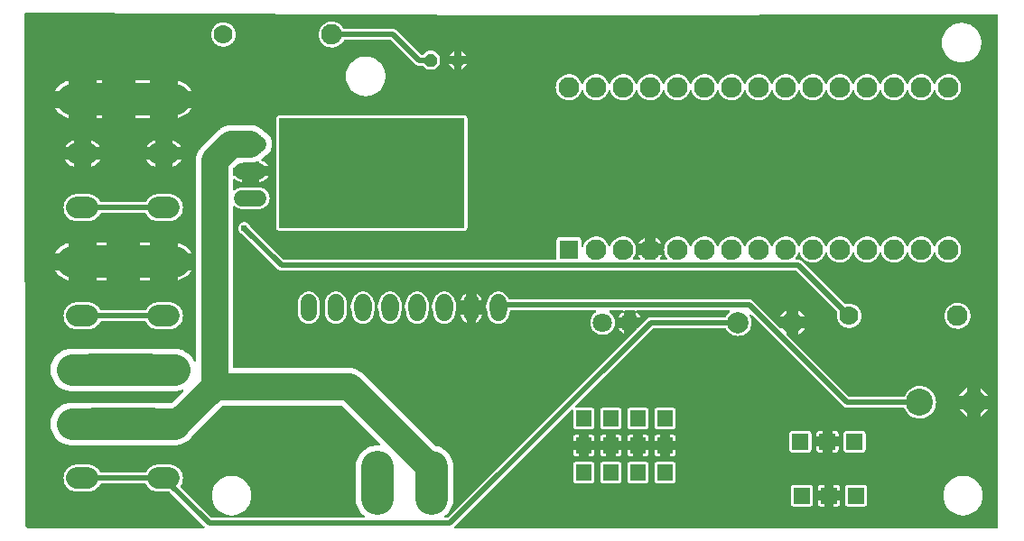
<source format=gtl>
G04 Layer: TopLayer*
G04 EasyEDA v6.4.20.6, 2021-08-10T12:41:07+02:00*
G04 b7c102a2acce44a19693fb55b2eed2e6,dded15cb907e4d9595cc142038e9c969,10*
G04 Gerber Generator version 0.2*
G04 Scale: 100 percent, Rotated: No, Reflected: No *
G04 Dimensions in millimeters *
G04 leading zeros omitted , absolute positions ,4 integer and 5 decimal *
%FSLAX45Y45*%
%MOMM*%

%ADD11C,0.5000*%
%ADD12C,2.5000*%
%ADD13C,0.6100*%
%ADD15C,2.5400*%
%ADD16C,1.7780*%
%ADD17C,1.9304*%
%ADD18C,1.8000*%
%ADD19C,2.0000*%
%ADD20R,1.7780X1.7780*%
%ADD23C,2.0320*%
%ADD24C,3.0000*%
%ADD25C,3.0480*%
%ADD26C,1.5000*%
%ADD27C,1.5240*%

%LPD*%
G36*
X753516Y-16179800D02*
G01*
X749604Y-16179038D01*
X746302Y-16176802D01*
X739546Y-16170046D01*
X737362Y-16166795D01*
X736600Y-16162883D01*
X724408Y-11534140D01*
X724408Y-11351768D01*
X725170Y-11347856D01*
X727405Y-11344605D01*
X730656Y-11342370D01*
X734568Y-11341608D01*
X816660Y-11341608D01*
X5359400Y-11366500D01*
X9844989Y-11353850D01*
X9848900Y-11354612D01*
X9852202Y-11356797D01*
X9854438Y-11360099D01*
X9855200Y-11364010D01*
X9855200Y-16169640D01*
X9854438Y-16173551D01*
X9852202Y-16176802D01*
X9848951Y-16179038D01*
X9845040Y-16179800D01*
X4765294Y-16179800D01*
X4761433Y-16179038D01*
X4758131Y-16176802D01*
X4755896Y-16173551D01*
X4755134Y-16169640D01*
X4755896Y-16165728D01*
X4758131Y-16162477D01*
X5850737Y-15069819D01*
X5854039Y-15067635D01*
X5857951Y-15066822D01*
X5861812Y-15067635D01*
X5865114Y-15069819D01*
X5867298Y-15073122D01*
X5868111Y-15076982D01*
X5868111Y-15225522D01*
X5868822Y-15231872D01*
X5870702Y-15237307D01*
X5873800Y-15242235D01*
X5877864Y-15246299D01*
X5882792Y-15249398D01*
X5888228Y-15251277D01*
X5894578Y-15251988D01*
X6043422Y-15251988D01*
X6049772Y-15251277D01*
X6055207Y-15249398D01*
X6060135Y-15246299D01*
X6064199Y-15242235D01*
X6067298Y-15237307D01*
X6069177Y-15231872D01*
X6069888Y-15225522D01*
X6069888Y-15076678D01*
X6069177Y-15070328D01*
X6067298Y-15064892D01*
X6064199Y-15059964D01*
X6060135Y-15055900D01*
X6055207Y-15052801D01*
X6049772Y-15050922D01*
X6043422Y-15050211D01*
X5894882Y-15050211D01*
X5891022Y-15049398D01*
X5887720Y-15047213D01*
X5885535Y-15043912D01*
X5884722Y-15040051D01*
X5885535Y-15036139D01*
X5887720Y-15032837D01*
X6617309Y-14303298D01*
X6620560Y-14301063D01*
X6624472Y-14300301D01*
X7295337Y-14300301D01*
X7299147Y-14301063D01*
X7302398Y-14303146D01*
X7304582Y-14306296D01*
X7305344Y-14307921D01*
X7313218Y-14320926D01*
X7322566Y-14332864D01*
X7333335Y-14343634D01*
X7345273Y-14352981D01*
X7358278Y-14360855D01*
X7372146Y-14367103D01*
X7386675Y-14371624D01*
X7401610Y-14374368D01*
X7416800Y-14375282D01*
X7431989Y-14374368D01*
X7446924Y-14371624D01*
X7461453Y-14367103D01*
X7475321Y-14360855D01*
X7488326Y-14352981D01*
X7500264Y-14343634D01*
X7511034Y-14332864D01*
X7520381Y-14320926D01*
X7528255Y-14307921D01*
X7534503Y-14294053D01*
X7539024Y-14279524D01*
X7541768Y-14264589D01*
X7542682Y-14249400D01*
X7541768Y-14234210D01*
X7539024Y-14219275D01*
X7534503Y-14204746D01*
X7528255Y-14190878D01*
X7526121Y-14187373D01*
X7524750Y-14183410D01*
X7525105Y-14179245D01*
X7527036Y-14175587D01*
X7530338Y-14172996D01*
X7534402Y-14171980D01*
X7538516Y-14172641D01*
X7542022Y-14174927D01*
X8401608Y-15034564D01*
X8405063Y-15037714D01*
X8408568Y-15040406D01*
X8412327Y-15042794D01*
X8416290Y-15044826D01*
X8420354Y-15046553D01*
X8424621Y-15047874D01*
X8428939Y-15048839D01*
X8433358Y-15049398D01*
X8437981Y-15049601D01*
X8967419Y-15049601D01*
X8971178Y-15050312D01*
X8974378Y-15052344D01*
X8976614Y-15055443D01*
X8984132Y-15071496D01*
X8992971Y-15085822D01*
X9003284Y-15099131D01*
X9015069Y-15111171D01*
X9028074Y-15121890D01*
X9042146Y-15131084D01*
X9057182Y-15138704D01*
X9072981Y-15144597D01*
X9089288Y-15148763D01*
X9105950Y-15151049D01*
X9122816Y-15151557D01*
X9139580Y-15150134D01*
X9156141Y-15146934D01*
X9172194Y-15141905D01*
X9187637Y-15135098D01*
X9202216Y-15126716D01*
X9215780Y-15116708D01*
X9228175Y-15105329D01*
X9239250Y-15092629D01*
X9248851Y-15078760D01*
X9256877Y-15063927D01*
X9263227Y-15048331D01*
X9267799Y-15032126D01*
X9270542Y-15015514D01*
X9271508Y-14998700D01*
X9270542Y-14981885D01*
X9267799Y-14965273D01*
X9263227Y-14949068D01*
X9256877Y-14933472D01*
X9248851Y-14918639D01*
X9239250Y-14904770D01*
X9228175Y-14892070D01*
X9215780Y-14880691D01*
X9202216Y-14870684D01*
X9187637Y-14862301D01*
X9172194Y-14855494D01*
X9156141Y-14850465D01*
X9139580Y-14847265D01*
X9122816Y-14845842D01*
X9105950Y-14846350D01*
X9089288Y-14848636D01*
X9072981Y-14852802D01*
X9057182Y-14858695D01*
X9042146Y-14866315D01*
X9028074Y-14875510D01*
X9015069Y-14886228D01*
X9003284Y-14898268D01*
X8992971Y-14911578D01*
X8984132Y-14925903D01*
X8976614Y-14941956D01*
X8974378Y-14945055D01*
X8971178Y-14947087D01*
X8967419Y-14947798D01*
X8463076Y-14947798D01*
X8459165Y-14947036D01*
X8455914Y-14944801D01*
X7871409Y-14360347D01*
X7869224Y-14357045D01*
X7868462Y-14353184D01*
X7868462Y-14305737D01*
X7821015Y-14305737D01*
X7817154Y-14304975D01*
X7813852Y-14302790D01*
X7559395Y-14048333D01*
X7555992Y-14045184D01*
X7552436Y-14042491D01*
X7548676Y-14040104D01*
X7544765Y-14038021D01*
X7540650Y-14036344D01*
X7536434Y-14035024D01*
X7532065Y-14034058D01*
X7527696Y-14033449D01*
X7523022Y-14033246D01*
X5273497Y-14033246D01*
X5269433Y-14032382D01*
X5266029Y-14029944D01*
X5263896Y-14026388D01*
X5262118Y-14021104D01*
X5256276Y-14009268D01*
X5248960Y-13998295D01*
X5240223Y-13988338D01*
X5230317Y-13979651D01*
X5219344Y-13972336D01*
X5207508Y-13966494D01*
X5195011Y-13962227D01*
X5182057Y-13959687D01*
X5168900Y-13958824D01*
X5155742Y-13959687D01*
X5142788Y-13962227D01*
X5130292Y-13966494D01*
X5118455Y-13972336D01*
X5107482Y-13979651D01*
X5097576Y-13988338D01*
X5088839Y-13998295D01*
X5081524Y-14009268D01*
X5075682Y-14021104D01*
X5071465Y-14033601D01*
X5069992Y-14040815D01*
X5068976Y-14043710D01*
X5065064Y-14050822D01*
X5059730Y-14064234D01*
X5056174Y-14078204D01*
X5054346Y-14092478D01*
X5054346Y-14106906D01*
X5056174Y-14121231D01*
X5059730Y-14135150D01*
X5065064Y-14148562D01*
X5067655Y-14153997D01*
X5068874Y-14172844D01*
X5071465Y-14185798D01*
X5075682Y-14198295D01*
X5081524Y-14210131D01*
X5088839Y-14221104D01*
X5097576Y-14231061D01*
X5107482Y-14239748D01*
X5118455Y-14247063D01*
X5130292Y-14252905D01*
X5142788Y-14257172D01*
X5155742Y-14259712D01*
X5168900Y-14260576D01*
X5182057Y-14259712D01*
X5195011Y-14257172D01*
X5207508Y-14252905D01*
X5219344Y-14247063D01*
X5230317Y-14239748D01*
X5240223Y-14231061D01*
X5248960Y-14221104D01*
X5256276Y-14210131D01*
X5262118Y-14198295D01*
X5266334Y-14185798D01*
X5268925Y-14172844D01*
X5270144Y-14154048D01*
X5272786Y-14148562D01*
X5275580Y-14141500D01*
X5277764Y-14138148D01*
X5281066Y-14135862D01*
X5285028Y-14135100D01*
X6076086Y-14135100D01*
X6080252Y-14135963D01*
X6083655Y-14138452D01*
X6085789Y-14142110D01*
X6086195Y-14146326D01*
X6084925Y-14150340D01*
X6082080Y-14153438D01*
X6072936Y-14160093D01*
X6062319Y-14170050D01*
X6053023Y-14181277D01*
X6045250Y-14193570D01*
X6039053Y-14206728D01*
X6034532Y-14220596D01*
X6031839Y-14234871D01*
X6030925Y-14249400D01*
X6031839Y-14263928D01*
X6034532Y-14278203D01*
X6039053Y-14292072D01*
X6045250Y-14305229D01*
X6053023Y-14317522D01*
X6062319Y-14328749D01*
X6072936Y-14338706D01*
X6084722Y-14347240D01*
X6097473Y-14354251D01*
X6110986Y-14359636D01*
X6125108Y-14363242D01*
X6139535Y-14365071D01*
X6154064Y-14365071D01*
X6168491Y-14363242D01*
X6182614Y-14359636D01*
X6196126Y-14354251D01*
X6208877Y-14347240D01*
X6220663Y-14338706D01*
X6231280Y-14328749D01*
X6240576Y-14317522D01*
X6248349Y-14305229D01*
X6254546Y-14292072D01*
X6259068Y-14278203D01*
X6261760Y-14263928D01*
X6262674Y-14249400D01*
X6261760Y-14234871D01*
X6259068Y-14220596D01*
X6254546Y-14206728D01*
X6248349Y-14193570D01*
X6240576Y-14181277D01*
X6231280Y-14170050D01*
X6220663Y-14160093D01*
X6211519Y-14153438D01*
X6208674Y-14150340D01*
X6207404Y-14146326D01*
X6207810Y-14142110D01*
X6209944Y-14138452D01*
X6213348Y-14135963D01*
X6217513Y-14135100D01*
X6330086Y-14135100D01*
X6334252Y-14135963D01*
X6337655Y-14138452D01*
X6339789Y-14142110D01*
X6340195Y-14146326D01*
X6338925Y-14150340D01*
X6336080Y-14153438D01*
X6326936Y-14160093D01*
X6316319Y-14170050D01*
X6307023Y-14181277D01*
X6299250Y-14193570D01*
X6297117Y-14198041D01*
X6349441Y-14198041D01*
X6349441Y-14145260D01*
X6350203Y-14141348D01*
X6352438Y-14138046D01*
X6355740Y-14135862D01*
X6359601Y-14135100D01*
X6441998Y-14135100D01*
X6445859Y-14135862D01*
X6449161Y-14138046D01*
X6451396Y-14141348D01*
X6452158Y-14145260D01*
X6452158Y-14198041D01*
X6504482Y-14198041D01*
X6502349Y-14193570D01*
X6494576Y-14181277D01*
X6485280Y-14170050D01*
X6474663Y-14160093D01*
X6465519Y-14153438D01*
X6462674Y-14150340D01*
X6461404Y-14146326D01*
X6461810Y-14142110D01*
X6463944Y-14138452D01*
X6467348Y-14135963D01*
X6471513Y-14135100D01*
X7329525Y-14135100D01*
X7333589Y-14135912D01*
X7336993Y-14138351D01*
X7339126Y-14141907D01*
X7339634Y-14146072D01*
X7338466Y-14150035D01*
X7335774Y-14153235D01*
X7333335Y-14155166D01*
X7322566Y-14165935D01*
X7313218Y-14177873D01*
X7305344Y-14190878D01*
X7304582Y-14192504D01*
X7302398Y-14195653D01*
X7299147Y-14197736D01*
X7295337Y-14198498D01*
X6599377Y-14198498D01*
X6594754Y-14198701D01*
X6590334Y-14199260D01*
X6586016Y-14200225D01*
X6581749Y-14201546D01*
X6577685Y-14203273D01*
X6573723Y-14205305D01*
X6569964Y-14207693D01*
X6566458Y-14210385D01*
X6563004Y-14213535D01*
X6478828Y-14297761D01*
X6475526Y-14299996D01*
X6471615Y-14300758D01*
X6452158Y-14300758D01*
X6452158Y-14320215D01*
X6451396Y-14324126D01*
X6449161Y-14327428D01*
X4696510Y-16080028D01*
X4693259Y-16082263D01*
X4689348Y-16083026D01*
X4670958Y-16083026D01*
X4666894Y-16082162D01*
X4663490Y-16079774D01*
X4661357Y-16076168D01*
X4660798Y-16072053D01*
X4662017Y-16068040D01*
X4664659Y-16064890D01*
X4675784Y-16056152D01*
X4689754Y-16042843D01*
X4702403Y-16028212D01*
X4713579Y-16012515D01*
X4723231Y-15995802D01*
X4731258Y-15978225D01*
X4737557Y-15959988D01*
X4742129Y-15941192D01*
X4744872Y-15922091D01*
X4745786Y-15902584D01*
X4745786Y-15607842D01*
X4744872Y-15588335D01*
X4742129Y-15569234D01*
X4737557Y-15550438D01*
X4731258Y-15532201D01*
X4723231Y-15514624D01*
X4713579Y-15497911D01*
X4702403Y-15482214D01*
X4689754Y-15467584D01*
X4675784Y-15454274D01*
X4660595Y-15442336D01*
X4644339Y-15431922D01*
X4627168Y-15423032D01*
X4609236Y-15415869D01*
X4590745Y-15410434D01*
X4577943Y-15407944D01*
X4575098Y-15406979D01*
X4572660Y-15405201D01*
X3895598Y-14728139D01*
X3885590Y-14718842D01*
X3882390Y-14716150D01*
X3871518Y-14707971D01*
X3868064Y-14705634D01*
X3856431Y-14698573D01*
X3852722Y-14696592D01*
X3840479Y-14690750D01*
X3836568Y-14689175D01*
X3823766Y-14684603D01*
X3819753Y-14683384D01*
X3806545Y-14680133D01*
X3802430Y-14679371D01*
X3789019Y-14677491D01*
X3784803Y-14677085D01*
X3771188Y-14676577D01*
X2693517Y-14676577D01*
X2689656Y-14675815D01*
X2686354Y-14673630D01*
X2684170Y-14670328D01*
X2683357Y-14666417D01*
X2683357Y-13164159D01*
X2684119Y-13160400D01*
X2686202Y-13157149D01*
X2689352Y-13154913D01*
X2693111Y-13154050D01*
X2696921Y-13154609D01*
X2700223Y-13156539D01*
X2706471Y-13161975D01*
X2717546Y-13169392D01*
X2729534Y-13175335D01*
X2742184Y-13179602D01*
X2755290Y-13182193D01*
X2768955Y-13183107D01*
X2920644Y-13183107D01*
X2934309Y-13182193D01*
X2947416Y-13179602D01*
X2960065Y-13175335D01*
X2972054Y-13169392D01*
X2983128Y-13161975D01*
X2993186Y-13153186D01*
X3001975Y-13143128D01*
X3009392Y-13132054D01*
X3015335Y-13120065D01*
X3019602Y-13107416D01*
X3022193Y-13094309D01*
X3023108Y-13081000D01*
X3022193Y-13067690D01*
X3019602Y-13054584D01*
X3015335Y-13041934D01*
X3009392Y-13029946D01*
X3001975Y-13018871D01*
X2993186Y-13008813D01*
X2983128Y-13000024D01*
X2972054Y-12992608D01*
X2960065Y-12986664D01*
X2947416Y-12982397D01*
X2934309Y-12979806D01*
X2920644Y-12978892D01*
X2768955Y-12978892D01*
X2755290Y-12979806D01*
X2742184Y-12982397D01*
X2729534Y-12986664D01*
X2717546Y-12992608D01*
X2706471Y-13000024D01*
X2700223Y-13005460D01*
X2696921Y-13007390D01*
X2693111Y-13007949D01*
X2689352Y-13007086D01*
X2686202Y-13004850D01*
X2684119Y-13001599D01*
X2683357Y-12997840D01*
X2683357Y-12910159D01*
X2684119Y-12906400D01*
X2686202Y-12903149D01*
X2689352Y-12900914D01*
X2693111Y-12900050D01*
X2696921Y-12900609D01*
X2700223Y-12902539D01*
X2706471Y-12907975D01*
X2717546Y-12915392D01*
X2729534Y-12921335D01*
X2742184Y-12925602D01*
X2755290Y-12928193D01*
X2762250Y-12928650D01*
X2762250Y-12871450D01*
X2693517Y-12871450D01*
X2689656Y-12870688D01*
X2686354Y-12868452D01*
X2684170Y-12865201D01*
X2683357Y-12861290D01*
X2683357Y-12802260D01*
X2684170Y-12798399D01*
X2686354Y-12795097D01*
X2695905Y-12785547D01*
X2699207Y-12783312D01*
X2703118Y-12782550D01*
X2762250Y-12782550D01*
X2762250Y-12758674D01*
X2763012Y-12754762D01*
X2765247Y-12751460D01*
X2768498Y-12749276D01*
X2772410Y-12748514D01*
X2844546Y-12748514D01*
X2862529Y-12747599D01*
X2880106Y-12744907D01*
X2897327Y-12740436D01*
X2913684Y-12734391D01*
X2917494Y-12733782D01*
X2921304Y-12734645D01*
X2924505Y-12736830D01*
X2926588Y-12740132D01*
X2927350Y-12743942D01*
X2927350Y-12782550D01*
X3012643Y-12782550D01*
X3009392Y-12775946D01*
X3001975Y-12764871D01*
X2993186Y-12754813D01*
X2983128Y-12746024D01*
X2972054Y-12738608D01*
X2960065Y-12732664D01*
X2953512Y-12730429D01*
X2949752Y-12728194D01*
X2947314Y-12724587D01*
X2946603Y-12720320D01*
X2947771Y-12716154D01*
X2950514Y-12712801D01*
X2959100Y-12706146D01*
X2972003Y-12693904D01*
X2977997Y-12686893D01*
X2980486Y-12684810D01*
X2992983Y-12677241D01*
X3005023Y-12667843D01*
X3015843Y-12657023D01*
X3025241Y-12644983D01*
X3033166Y-12631877D01*
X3039465Y-12617907D01*
X3043986Y-12603327D01*
X3046780Y-12588290D01*
X3047695Y-12573000D01*
X3046780Y-12557709D01*
X3043986Y-12542672D01*
X3039465Y-12528092D01*
X3033166Y-12514122D01*
X3025241Y-12501016D01*
X3015843Y-12488976D01*
X3005023Y-12478156D01*
X2992983Y-12468758D01*
X2980486Y-12461189D01*
X2977997Y-12459106D01*
X2972003Y-12452096D01*
X2959100Y-12439853D01*
X2945079Y-12428982D01*
X2929991Y-12419533D01*
X2913989Y-12411710D01*
X2897327Y-12405563D01*
X2880106Y-12401092D01*
X2862529Y-12398400D01*
X2844546Y-12397486D01*
X2660446Y-12397486D01*
X2646781Y-12397994D01*
X2642616Y-12398400D01*
X2629154Y-12400280D01*
X2625039Y-12401042D01*
X2611831Y-12404293D01*
X2607818Y-12405512D01*
X2595016Y-12410084D01*
X2591155Y-12411659D01*
X2578862Y-12417501D01*
X2575204Y-12419482D01*
X2563571Y-12426543D01*
X2560066Y-12428880D01*
X2549245Y-12437059D01*
X2546045Y-12439751D01*
X2535986Y-12449048D01*
X2383891Y-12601143D01*
X2374595Y-12611150D01*
X2371953Y-12614351D01*
X2363724Y-12625222D01*
X2361387Y-12628676D01*
X2354376Y-12640310D01*
X2352344Y-12644018D01*
X2346553Y-12656261D01*
X2344928Y-12660172D01*
X2340356Y-12672974D01*
X2339187Y-12676987D01*
X2335936Y-12690195D01*
X2335123Y-12694310D01*
X2333244Y-12707772D01*
X2332888Y-12711938D01*
X2332380Y-12725552D01*
X2332380Y-14603933D01*
X2331618Y-14607743D01*
X2329484Y-14610994D01*
X2326284Y-14613229D01*
X2322474Y-14614093D01*
X2318664Y-14613432D01*
X2315311Y-14611400D01*
X2313025Y-14608251D01*
X2308809Y-14599412D01*
X2298700Y-14582495D01*
X2286965Y-14566696D01*
X2273757Y-14552117D01*
X2259177Y-14538909D01*
X2243378Y-14527174D01*
X2226513Y-14517065D01*
X2208733Y-14508683D01*
X2190191Y-14502028D01*
X2171090Y-14497253D01*
X2151634Y-14494357D01*
X2131771Y-14493392D01*
X1170228Y-14493392D01*
X1150366Y-14494357D01*
X1130909Y-14497253D01*
X1111808Y-14502028D01*
X1093266Y-14508683D01*
X1075486Y-14517065D01*
X1058621Y-14527174D01*
X1042822Y-14538909D01*
X1028242Y-14552117D01*
X1015034Y-14566696D01*
X1003300Y-14582495D01*
X993190Y-14599412D01*
X984758Y-14617192D01*
X978153Y-14635683D01*
X973378Y-14654784D01*
X970483Y-14674240D01*
X969518Y-14693900D01*
X970483Y-14713559D01*
X973378Y-14733016D01*
X978153Y-14752116D01*
X984758Y-14770607D01*
X993190Y-14788388D01*
X1003300Y-14805304D01*
X1015034Y-14821103D01*
X1028242Y-14835682D01*
X1042822Y-14848890D01*
X1058621Y-14860625D01*
X1075486Y-14870734D01*
X1093266Y-14879116D01*
X1111808Y-14885771D01*
X1130909Y-14890546D01*
X1150366Y-14893442D01*
X1170228Y-14894407D01*
X2131771Y-14894407D01*
X2151634Y-14893442D01*
X2171090Y-14890546D01*
X2190191Y-14885771D01*
X2203348Y-14881047D01*
X2207209Y-14880488D01*
X2210968Y-14881402D01*
X2214118Y-14883638D01*
X2216200Y-14886940D01*
X2216912Y-14890750D01*
X2216099Y-14894560D01*
X2213965Y-14897811D01*
X2113330Y-14998395D01*
X2110028Y-15000630D01*
X2106168Y-15001392D01*
X1170228Y-15001392D01*
X1150366Y-15002357D01*
X1130909Y-15005253D01*
X1111808Y-15010028D01*
X1093266Y-15016683D01*
X1075486Y-15025065D01*
X1058621Y-15035174D01*
X1042822Y-15046909D01*
X1028242Y-15060117D01*
X1015034Y-15074696D01*
X1003300Y-15090495D01*
X993190Y-15107412D01*
X984758Y-15125192D01*
X978153Y-15143683D01*
X973378Y-15162784D01*
X970483Y-15182240D01*
X969518Y-15201900D01*
X970483Y-15221559D01*
X973378Y-15241016D01*
X978153Y-15260116D01*
X984758Y-15278607D01*
X993190Y-15296388D01*
X1003300Y-15313304D01*
X1015034Y-15329103D01*
X1028242Y-15343682D01*
X1042822Y-15356890D01*
X1058621Y-15368625D01*
X1075486Y-15378734D01*
X1093266Y-15387116D01*
X1111808Y-15393771D01*
X1130909Y-15398546D01*
X1150366Y-15401442D01*
X1170228Y-15402407D01*
X2131771Y-15402407D01*
X2151634Y-15401442D01*
X2171090Y-15398546D01*
X2190191Y-15393771D01*
X2208733Y-15387116D01*
X2226513Y-15378734D01*
X2243378Y-15368625D01*
X2259177Y-15356890D01*
X2273757Y-15343682D01*
X2286965Y-15329103D01*
X2298700Y-15313304D01*
X2303780Y-15304820D01*
X2305304Y-15302839D01*
X2577592Y-15030551D01*
X2580894Y-15028367D01*
X2584754Y-15027605D01*
X3694480Y-15027605D01*
X3698341Y-15028367D01*
X3701643Y-15030551D01*
X4059377Y-15388285D01*
X4061612Y-15391739D01*
X4062323Y-15395803D01*
X4061358Y-15399816D01*
X4058869Y-15403118D01*
X4055313Y-15405150D01*
X4051198Y-15405607D01*
X4044543Y-15404947D01*
X4025239Y-15404947D01*
X4006037Y-15406776D01*
X3987037Y-15410434D01*
X3968546Y-15415869D01*
X3950614Y-15423032D01*
X3933444Y-15431922D01*
X3917187Y-15442336D01*
X3901998Y-15454274D01*
X3888028Y-15467584D01*
X3875379Y-15482214D01*
X3864203Y-15497911D01*
X3854551Y-15514624D01*
X3846525Y-15532201D01*
X3840226Y-15550438D01*
X3835654Y-15569234D01*
X3832910Y-15588335D01*
X3831996Y-15607842D01*
X3831996Y-15902584D01*
X3832910Y-15922091D01*
X3835654Y-15941192D01*
X3840226Y-15959988D01*
X3846525Y-15978225D01*
X3854551Y-15995802D01*
X3864203Y-16012515D01*
X3875379Y-16028212D01*
X3888028Y-16042843D01*
X3901998Y-16056152D01*
X3913124Y-16064890D01*
X3915765Y-16068040D01*
X3916984Y-16072053D01*
X3916426Y-16076168D01*
X3914292Y-16079774D01*
X3910888Y-16082162D01*
X3906824Y-16083026D01*
X2481326Y-16083026D01*
X2477414Y-16082263D01*
X2474163Y-16080028D01*
X2189073Y-15794990D01*
X2186686Y-15791230D01*
X2186178Y-15786811D01*
X2187600Y-15782544D01*
X2195677Y-15769132D01*
X2202027Y-15755112D01*
X2206599Y-15740430D01*
X2209342Y-15725292D01*
X2210308Y-15709900D01*
X2209342Y-15694507D01*
X2206599Y-15679369D01*
X2202027Y-15664688D01*
X2195677Y-15650667D01*
X2187702Y-15637459D01*
X2178202Y-15625368D01*
X2167331Y-15614497D01*
X2155240Y-15604998D01*
X2142032Y-15597022D01*
X2128012Y-15590672D01*
X2113330Y-15586100D01*
X2098192Y-15583357D01*
X2082495Y-15582392D01*
X1981504Y-15582392D01*
X1965807Y-15583357D01*
X1950669Y-15586100D01*
X1935988Y-15590672D01*
X1921967Y-15597022D01*
X1908759Y-15604998D01*
X1896668Y-15614497D01*
X1885797Y-15625368D01*
X1876298Y-15637459D01*
X1868322Y-15650667D01*
X1867255Y-15653004D01*
X1865020Y-15656153D01*
X1861769Y-15658236D01*
X1858010Y-15658998D01*
X1443990Y-15658998D01*
X1440230Y-15658236D01*
X1436979Y-15656153D01*
X1434744Y-15653004D01*
X1433677Y-15650667D01*
X1425702Y-15637459D01*
X1416202Y-15625368D01*
X1405331Y-15614497D01*
X1393240Y-15604998D01*
X1380032Y-15597022D01*
X1366012Y-15590672D01*
X1351330Y-15586100D01*
X1336192Y-15583357D01*
X1320495Y-15582392D01*
X1219504Y-15582392D01*
X1203807Y-15583357D01*
X1188669Y-15586100D01*
X1173988Y-15590672D01*
X1159967Y-15597022D01*
X1146759Y-15604998D01*
X1134668Y-15614497D01*
X1123797Y-15625368D01*
X1114298Y-15637459D01*
X1106322Y-15650667D01*
X1099972Y-15664688D01*
X1095400Y-15679369D01*
X1092657Y-15694507D01*
X1091692Y-15709900D01*
X1092657Y-15725292D01*
X1095400Y-15740430D01*
X1099972Y-15755112D01*
X1106322Y-15769132D01*
X1114298Y-15782340D01*
X1123797Y-15794431D01*
X1134668Y-15805302D01*
X1146759Y-15814801D01*
X1159967Y-15822777D01*
X1173988Y-15829127D01*
X1188669Y-15833699D01*
X1203807Y-15836442D01*
X1219504Y-15837407D01*
X1320495Y-15837407D01*
X1336192Y-15836442D01*
X1351330Y-15833699D01*
X1366012Y-15829127D01*
X1380032Y-15822777D01*
X1393240Y-15814801D01*
X1405331Y-15805302D01*
X1416202Y-15794431D01*
X1425702Y-15782340D01*
X1433677Y-15769132D01*
X1434744Y-15766796D01*
X1436979Y-15763646D01*
X1440230Y-15761563D01*
X1443990Y-15760801D01*
X1858010Y-15760801D01*
X1861769Y-15761563D01*
X1865020Y-15763646D01*
X1867255Y-15766796D01*
X1868322Y-15769132D01*
X1876298Y-15782340D01*
X1885797Y-15794431D01*
X1896668Y-15805302D01*
X1908759Y-15814801D01*
X1921967Y-15822777D01*
X1935988Y-15829127D01*
X1950669Y-15833699D01*
X1965807Y-15836442D01*
X1981504Y-15837407D01*
X2082647Y-15837407D01*
X2086864Y-15838017D01*
X2090470Y-15840354D01*
X2412542Y-16162477D01*
X2414778Y-16165728D01*
X2415540Y-16169640D01*
X2414778Y-16173551D01*
X2412542Y-16176802D01*
X2409240Y-16179038D01*
X2405380Y-16179800D01*
G37*

%LPC*%
G36*
X2590800Y-11659108D02*
G01*
X2605176Y-11658193D01*
X2619349Y-11655501D01*
X2633065Y-11651030D01*
X2646121Y-11644884D01*
X2658262Y-11637162D01*
X2669387Y-11627967D01*
X2679242Y-11617452D01*
X2687726Y-11605818D01*
X2694686Y-11593169D01*
X2699969Y-11579758D01*
X2703576Y-11565788D01*
X2705354Y-11551513D01*
X2705354Y-11537086D01*
X2703576Y-11522811D01*
X2699969Y-11508841D01*
X2694686Y-11495430D01*
X2687726Y-11482781D01*
X2679242Y-11471148D01*
X2669387Y-11460632D01*
X2658262Y-11451437D01*
X2646121Y-11443716D01*
X2633065Y-11437569D01*
X2619349Y-11433098D01*
X2605176Y-11430406D01*
X2590800Y-11429492D01*
X2576423Y-11430406D01*
X2562250Y-11433098D01*
X2548534Y-11437569D01*
X2535478Y-11443716D01*
X2523337Y-11451437D01*
X2512212Y-11460632D01*
X2502357Y-11471148D01*
X2493873Y-11482781D01*
X2486914Y-11495430D01*
X2481630Y-11508841D01*
X2478024Y-11522811D01*
X2476246Y-11537086D01*
X2476246Y-11551513D01*
X2478024Y-11565788D01*
X2481630Y-11579758D01*
X2486914Y-11593169D01*
X2493873Y-11605818D01*
X2502357Y-11617452D01*
X2512212Y-11627967D01*
X2523337Y-11637162D01*
X2535478Y-11644884D01*
X2548534Y-11651030D01*
X2562250Y-11655501D01*
X2576423Y-11658193D01*
G37*
G36*
X2657602Y-16060674D02*
G01*
X2676398Y-16060674D01*
X2695143Y-16058743D01*
X2713583Y-16054984D01*
X2731566Y-16049345D01*
X2748889Y-16041878D01*
X2765348Y-16032734D01*
X2780792Y-16022015D01*
X2795066Y-16009721D01*
X2808071Y-15996107D01*
X2819552Y-15981172D01*
X2829560Y-15965220D01*
X2837840Y-15948304D01*
X2844393Y-15930626D01*
X2849067Y-15912439D01*
X2851962Y-15893796D01*
X2852877Y-15875000D01*
X2851962Y-15856204D01*
X2849067Y-15837560D01*
X2844393Y-15819374D01*
X2837840Y-15801695D01*
X2829560Y-15784779D01*
X2819552Y-15768828D01*
X2808071Y-15753892D01*
X2795066Y-15740278D01*
X2780792Y-15727984D01*
X2765348Y-15717266D01*
X2748889Y-15708122D01*
X2731566Y-15700654D01*
X2713583Y-15695015D01*
X2695143Y-15691256D01*
X2676398Y-15689326D01*
X2657602Y-15689326D01*
X2638856Y-15691256D01*
X2620416Y-15695015D01*
X2602433Y-15700654D01*
X2585110Y-15708122D01*
X2568651Y-15717266D01*
X2553208Y-15727984D01*
X2538933Y-15740278D01*
X2525928Y-15753892D01*
X2514447Y-15768828D01*
X2504440Y-15784779D01*
X2496159Y-15801695D01*
X2489606Y-15819374D01*
X2484932Y-15837560D01*
X2482037Y-15856204D01*
X2481122Y-15875000D01*
X2482037Y-15893796D01*
X2484932Y-15912439D01*
X2489606Y-15930626D01*
X2496159Y-15948304D01*
X2504440Y-15965220D01*
X2514447Y-15981172D01*
X2525928Y-15996107D01*
X2538933Y-16009721D01*
X2553208Y-16022015D01*
X2568651Y-16032734D01*
X2585110Y-16041878D01*
X2602433Y-16049345D01*
X2620416Y-16054984D01*
X2638856Y-16058743D01*
G37*
G36*
X8192058Y-15977107D02*
G01*
X8223250Y-15977107D01*
X8223250Y-15919450D01*
X8165592Y-15919450D01*
X8165592Y-15950641D01*
X8166303Y-15956940D01*
X8168233Y-15962426D01*
X8171281Y-15967303D01*
X8175396Y-15971418D01*
X8180273Y-15974466D01*
X8185759Y-15976396D01*
G37*
G36*
X8312150Y-15977107D02*
G01*
X8343341Y-15977107D01*
X8349640Y-15976396D01*
X8355126Y-15974466D01*
X8360003Y-15971418D01*
X8364118Y-15967303D01*
X8367166Y-15962426D01*
X8369096Y-15956940D01*
X8369808Y-15950641D01*
X8369808Y-15919450D01*
X8312150Y-15919450D01*
G37*
G36*
X7938058Y-15977107D02*
G01*
X8089341Y-15977107D01*
X8095640Y-15976396D01*
X8101126Y-15974466D01*
X8106003Y-15971418D01*
X8110118Y-15967303D01*
X8113166Y-15962426D01*
X8115096Y-15956940D01*
X8115808Y-15950641D01*
X8115808Y-15799358D01*
X8115096Y-15793059D01*
X8113166Y-15787573D01*
X8110118Y-15782696D01*
X8106003Y-15778581D01*
X8101126Y-15775533D01*
X8095640Y-15773603D01*
X8089341Y-15772892D01*
X7938058Y-15772892D01*
X7931759Y-15773603D01*
X7926273Y-15775533D01*
X7921396Y-15778581D01*
X7917281Y-15782696D01*
X7914233Y-15787573D01*
X7912303Y-15793059D01*
X7911592Y-15799358D01*
X7911592Y-15950641D01*
X7912303Y-15956940D01*
X7914233Y-15962426D01*
X7917281Y-15967303D01*
X7921396Y-15971418D01*
X7926273Y-15974466D01*
X7931759Y-15976396D01*
G37*
G36*
X8446058Y-15977107D02*
G01*
X8597341Y-15977107D01*
X8603640Y-15976396D01*
X8609126Y-15974466D01*
X8614003Y-15971418D01*
X8618118Y-15967303D01*
X8621166Y-15962426D01*
X8623096Y-15956940D01*
X8623808Y-15950641D01*
X8623808Y-15799358D01*
X8623096Y-15793059D01*
X8621166Y-15787573D01*
X8618118Y-15782696D01*
X8614003Y-15778581D01*
X8609126Y-15775533D01*
X8603640Y-15773603D01*
X8597341Y-15772892D01*
X8446058Y-15772892D01*
X8439759Y-15773603D01*
X8434273Y-15775533D01*
X8429396Y-15778581D01*
X8425281Y-15782696D01*
X8422233Y-15787573D01*
X8420303Y-15793059D01*
X8419592Y-15799358D01*
X8419592Y-15950641D01*
X8420303Y-15956940D01*
X8422233Y-15962426D01*
X8425281Y-15967303D01*
X8429396Y-15971418D01*
X8434273Y-15974466D01*
X8439759Y-15976396D01*
G37*
G36*
X8165592Y-15830550D02*
G01*
X8223250Y-15830550D01*
X8223250Y-15772892D01*
X8192058Y-15772892D01*
X8185759Y-15773603D01*
X8180273Y-15775533D01*
X8175396Y-15778581D01*
X8171281Y-15782696D01*
X8168233Y-15787573D01*
X8166303Y-15793059D01*
X8165592Y-15799358D01*
G37*
G36*
X8312150Y-15830550D02*
G01*
X8369808Y-15830550D01*
X8369808Y-15799358D01*
X8369096Y-15793059D01*
X8367166Y-15787573D01*
X8364118Y-15782696D01*
X8360003Y-15778581D01*
X8355126Y-15775533D01*
X8349640Y-15773603D01*
X8343341Y-15772892D01*
X8312150Y-15772892D01*
G37*
G36*
X6148578Y-15759988D02*
G01*
X6297422Y-15759988D01*
X6303772Y-15759277D01*
X6309207Y-15757398D01*
X6314135Y-15754299D01*
X6318199Y-15750235D01*
X6321298Y-15745307D01*
X6323177Y-15739872D01*
X6323888Y-15733522D01*
X6323888Y-15584678D01*
X6323177Y-15578328D01*
X6321298Y-15572892D01*
X6318199Y-15567964D01*
X6314135Y-15563900D01*
X6309207Y-15560801D01*
X6303772Y-15558922D01*
X6297422Y-15558211D01*
X6148578Y-15558211D01*
X6142228Y-15558922D01*
X6136792Y-15560801D01*
X6131864Y-15563900D01*
X6127800Y-15567964D01*
X6124702Y-15572892D01*
X6122822Y-15578328D01*
X6122111Y-15584678D01*
X6122111Y-15733522D01*
X6122822Y-15739872D01*
X6124702Y-15745307D01*
X6127800Y-15750235D01*
X6131864Y-15754299D01*
X6136792Y-15757398D01*
X6142228Y-15759277D01*
G37*
G36*
X6656578Y-15759988D02*
G01*
X6805422Y-15759988D01*
X6811772Y-15759277D01*
X6817207Y-15757398D01*
X6822135Y-15754299D01*
X6826199Y-15750235D01*
X6829298Y-15745307D01*
X6831177Y-15739872D01*
X6831888Y-15733522D01*
X6831888Y-15584678D01*
X6831177Y-15578328D01*
X6829298Y-15572892D01*
X6826199Y-15567964D01*
X6822135Y-15563900D01*
X6817207Y-15560801D01*
X6811772Y-15558922D01*
X6805422Y-15558211D01*
X6656578Y-15558211D01*
X6650228Y-15558922D01*
X6644792Y-15560801D01*
X6639864Y-15563900D01*
X6635800Y-15567964D01*
X6632702Y-15572892D01*
X6630822Y-15578328D01*
X6630111Y-15584678D01*
X6630111Y-15733522D01*
X6630822Y-15739872D01*
X6632702Y-15745307D01*
X6635800Y-15750235D01*
X6639864Y-15754299D01*
X6644792Y-15757398D01*
X6650228Y-15759277D01*
G37*
G36*
X6402578Y-15759988D02*
G01*
X6551422Y-15759988D01*
X6557772Y-15759277D01*
X6563207Y-15757398D01*
X6568135Y-15754299D01*
X6572199Y-15750235D01*
X6575298Y-15745307D01*
X6577177Y-15739872D01*
X6577888Y-15733522D01*
X6577888Y-15584678D01*
X6577177Y-15578328D01*
X6575298Y-15572892D01*
X6572199Y-15567964D01*
X6568135Y-15563900D01*
X6563207Y-15560801D01*
X6557772Y-15558922D01*
X6551422Y-15558211D01*
X6402578Y-15558211D01*
X6396228Y-15558922D01*
X6390792Y-15560801D01*
X6385864Y-15563900D01*
X6381800Y-15567964D01*
X6378702Y-15572892D01*
X6376822Y-15578328D01*
X6376111Y-15584678D01*
X6376111Y-15733522D01*
X6376822Y-15739872D01*
X6378702Y-15745307D01*
X6381800Y-15750235D01*
X6385864Y-15754299D01*
X6390792Y-15757398D01*
X6396228Y-15759277D01*
G37*
G36*
X5894578Y-15759988D02*
G01*
X6043422Y-15759988D01*
X6049772Y-15759277D01*
X6055207Y-15757398D01*
X6060135Y-15754299D01*
X6064199Y-15750235D01*
X6067298Y-15745307D01*
X6069177Y-15739872D01*
X6069888Y-15733522D01*
X6069888Y-15584678D01*
X6069177Y-15578328D01*
X6067298Y-15572892D01*
X6064199Y-15567964D01*
X6060135Y-15563900D01*
X6055207Y-15560801D01*
X6049772Y-15558922D01*
X6043422Y-15558211D01*
X5894578Y-15558211D01*
X5888228Y-15558922D01*
X5882792Y-15560801D01*
X5877864Y-15563900D01*
X5873800Y-15567964D01*
X5870702Y-15572892D01*
X5868822Y-15578328D01*
X5868111Y-15584678D01*
X5868111Y-15733522D01*
X5868822Y-15739872D01*
X5870702Y-15745307D01*
X5873800Y-15750235D01*
X5877864Y-15754299D01*
X5882792Y-15757398D01*
X5888228Y-15759277D01*
G37*
G36*
X6520840Y-15505988D02*
G01*
X6551422Y-15505988D01*
X6557772Y-15505277D01*
X6563207Y-15503398D01*
X6568135Y-15500299D01*
X6572199Y-15496235D01*
X6575298Y-15491307D01*
X6577177Y-15485872D01*
X6577888Y-15479522D01*
X6577888Y-15448940D01*
X6520840Y-15448940D01*
G37*
G36*
X6148578Y-15505988D02*
G01*
X6179159Y-15505988D01*
X6179159Y-15448940D01*
X6122111Y-15448940D01*
X6122111Y-15479522D01*
X6122822Y-15485872D01*
X6124702Y-15491307D01*
X6127800Y-15496235D01*
X6131864Y-15500299D01*
X6136792Y-15503398D01*
X6142228Y-15505277D01*
G37*
G36*
X6266840Y-15505988D02*
G01*
X6297422Y-15505988D01*
X6303772Y-15505277D01*
X6309207Y-15503398D01*
X6314135Y-15500299D01*
X6318199Y-15496235D01*
X6321298Y-15491307D01*
X6323177Y-15485872D01*
X6323888Y-15479522D01*
X6323888Y-15448940D01*
X6266840Y-15448940D01*
G37*
G36*
X6402578Y-15505988D02*
G01*
X6433159Y-15505988D01*
X6433159Y-15448940D01*
X6376111Y-15448940D01*
X6376111Y-15479522D01*
X6376822Y-15485872D01*
X6378702Y-15491307D01*
X6381800Y-15496235D01*
X6385864Y-15500299D01*
X6390792Y-15503398D01*
X6396228Y-15505277D01*
G37*
G36*
X6012840Y-15505988D02*
G01*
X6043422Y-15505988D01*
X6049772Y-15505277D01*
X6055207Y-15503398D01*
X6060135Y-15500299D01*
X6064199Y-15496235D01*
X6067298Y-15491307D01*
X6069177Y-15485872D01*
X6069888Y-15479522D01*
X6069888Y-15448940D01*
X6012840Y-15448940D01*
G37*
G36*
X6774840Y-15505988D02*
G01*
X6805422Y-15505988D01*
X6811772Y-15505277D01*
X6817207Y-15503398D01*
X6822135Y-15500299D01*
X6826199Y-15496235D01*
X6829298Y-15491307D01*
X6831177Y-15485872D01*
X6831888Y-15479522D01*
X6831888Y-15448940D01*
X6774840Y-15448940D01*
G37*
G36*
X6656578Y-15505988D02*
G01*
X6687159Y-15505988D01*
X6687159Y-15448940D01*
X6630111Y-15448940D01*
X6630111Y-15479522D01*
X6630822Y-15485872D01*
X6632702Y-15491307D01*
X6635800Y-15496235D01*
X6639864Y-15500299D01*
X6644792Y-15503398D01*
X6650228Y-15505277D01*
G37*
G36*
X5894578Y-15505988D02*
G01*
X5925159Y-15505988D01*
X5925159Y-15448940D01*
X5868111Y-15448940D01*
X5868111Y-15479522D01*
X5868822Y-15485872D01*
X5870702Y-15491307D01*
X5873800Y-15496235D01*
X5877864Y-15500299D01*
X5882792Y-15503398D01*
X5888228Y-15505277D01*
G37*
G36*
X8179358Y-15469107D02*
G01*
X8210550Y-15469107D01*
X8210550Y-15411450D01*
X8152892Y-15411450D01*
X8152892Y-15442641D01*
X8153603Y-15448940D01*
X8155533Y-15454426D01*
X8158581Y-15459303D01*
X8162696Y-15463418D01*
X8167573Y-15466466D01*
X8173059Y-15468396D01*
G37*
G36*
X8299450Y-15469107D02*
G01*
X8330641Y-15469107D01*
X8336940Y-15468396D01*
X8342426Y-15466466D01*
X8347303Y-15463418D01*
X8351418Y-15459303D01*
X8354466Y-15454426D01*
X8356396Y-15448940D01*
X8357108Y-15442641D01*
X8357108Y-15411450D01*
X8299450Y-15411450D01*
G37*
G36*
X7925358Y-15469107D02*
G01*
X8076641Y-15469107D01*
X8082940Y-15468396D01*
X8088426Y-15466466D01*
X8093303Y-15463418D01*
X8097418Y-15459303D01*
X8100466Y-15454426D01*
X8102396Y-15448940D01*
X8103108Y-15442641D01*
X8103108Y-15291358D01*
X8102396Y-15285059D01*
X8100466Y-15279573D01*
X8097418Y-15274696D01*
X8093303Y-15270581D01*
X8088426Y-15267533D01*
X8082940Y-15265603D01*
X8076641Y-15264892D01*
X7925358Y-15264892D01*
X7919059Y-15265603D01*
X7913573Y-15267533D01*
X7908696Y-15270581D01*
X7904581Y-15274696D01*
X7901533Y-15279573D01*
X7899603Y-15285059D01*
X7898892Y-15291358D01*
X7898892Y-15442641D01*
X7899603Y-15448940D01*
X7901533Y-15454426D01*
X7904581Y-15459303D01*
X7908696Y-15463418D01*
X7913573Y-15466466D01*
X7919059Y-15468396D01*
G37*
G36*
X8433358Y-15469107D02*
G01*
X8584641Y-15469107D01*
X8590940Y-15468396D01*
X8596426Y-15466466D01*
X8601303Y-15463418D01*
X8605418Y-15459303D01*
X8608466Y-15454426D01*
X8610396Y-15448940D01*
X8611108Y-15442641D01*
X8611108Y-15291358D01*
X8610396Y-15285059D01*
X8608466Y-15279573D01*
X8605418Y-15274696D01*
X8601303Y-15270581D01*
X8596426Y-15267533D01*
X8590940Y-15265603D01*
X8584641Y-15264892D01*
X8433358Y-15264892D01*
X8427059Y-15265603D01*
X8421573Y-15267533D01*
X8416696Y-15270581D01*
X8412581Y-15274696D01*
X8409533Y-15279573D01*
X8407603Y-15285059D01*
X8406892Y-15291358D01*
X8406892Y-15442641D01*
X8407603Y-15448940D01*
X8409533Y-15454426D01*
X8412581Y-15459303D01*
X8416696Y-15463418D01*
X8421573Y-15466466D01*
X8427059Y-15468396D01*
G37*
G36*
X6122111Y-15361259D02*
G01*
X6179159Y-15361259D01*
X6179159Y-15304211D01*
X6148578Y-15304211D01*
X6142228Y-15304922D01*
X6136792Y-15306801D01*
X6131864Y-15309900D01*
X6127800Y-15313964D01*
X6124702Y-15318892D01*
X6122822Y-15324328D01*
X6122111Y-15330678D01*
G37*
G36*
X6630111Y-15361259D02*
G01*
X6687159Y-15361259D01*
X6687159Y-15304211D01*
X6656578Y-15304211D01*
X6650228Y-15304922D01*
X6644792Y-15306801D01*
X6639864Y-15309900D01*
X6635800Y-15313964D01*
X6632702Y-15318892D01*
X6630822Y-15324328D01*
X6630111Y-15330678D01*
G37*
G36*
X6376111Y-15361259D02*
G01*
X6433159Y-15361259D01*
X6433159Y-15304211D01*
X6402578Y-15304211D01*
X6396228Y-15304922D01*
X6390792Y-15306801D01*
X6385864Y-15309900D01*
X6381800Y-15313964D01*
X6378702Y-15318892D01*
X6376822Y-15324328D01*
X6376111Y-15330678D01*
G37*
G36*
X6012840Y-15361259D02*
G01*
X6069888Y-15361259D01*
X6069888Y-15330678D01*
X6069177Y-15324328D01*
X6067298Y-15318892D01*
X6064199Y-15313964D01*
X6060135Y-15309900D01*
X6055207Y-15306801D01*
X6049772Y-15304922D01*
X6043422Y-15304211D01*
X6012840Y-15304211D01*
G37*
G36*
X6520840Y-15361259D02*
G01*
X6577888Y-15361259D01*
X6577888Y-15330678D01*
X6577177Y-15324328D01*
X6575298Y-15318892D01*
X6572199Y-15313964D01*
X6568135Y-15309900D01*
X6563207Y-15306801D01*
X6557772Y-15304922D01*
X6551422Y-15304211D01*
X6520840Y-15304211D01*
G37*
G36*
X6266840Y-15361259D02*
G01*
X6323888Y-15361259D01*
X6323888Y-15330678D01*
X6323177Y-15324328D01*
X6321298Y-15318892D01*
X6318199Y-15313964D01*
X6314135Y-15309900D01*
X6309207Y-15306801D01*
X6303772Y-15304922D01*
X6297422Y-15304211D01*
X6266840Y-15304211D01*
G37*
G36*
X6774840Y-15361259D02*
G01*
X6831888Y-15361259D01*
X6831888Y-15330678D01*
X6831177Y-15324328D01*
X6829298Y-15318892D01*
X6826199Y-15313964D01*
X6822135Y-15309900D01*
X6817207Y-15306801D01*
X6811772Y-15304922D01*
X6805422Y-15304211D01*
X6774840Y-15304211D01*
G37*
G36*
X5868111Y-15361259D02*
G01*
X5925159Y-15361259D01*
X5925159Y-15304211D01*
X5894578Y-15304211D01*
X5888228Y-15304922D01*
X5882792Y-15306801D01*
X5877864Y-15309900D01*
X5873800Y-15313964D01*
X5870702Y-15318892D01*
X5868822Y-15324328D01*
X5868111Y-15330678D01*
G37*
G36*
X8152892Y-15322550D02*
G01*
X8210550Y-15322550D01*
X8210550Y-15264892D01*
X8179358Y-15264892D01*
X8173059Y-15265603D01*
X8167573Y-15267533D01*
X8162696Y-15270581D01*
X8158581Y-15274696D01*
X8155533Y-15279573D01*
X8153603Y-15285059D01*
X8152892Y-15291358D01*
G37*
G36*
X8299450Y-15322550D02*
G01*
X8357108Y-15322550D01*
X8357108Y-15291358D01*
X8356396Y-15285059D01*
X8354466Y-15279573D01*
X8351418Y-15274696D01*
X8347303Y-15270581D01*
X8342426Y-15267533D01*
X8336940Y-15265603D01*
X8330641Y-15264892D01*
X8299450Y-15264892D01*
G37*
G36*
X6148578Y-15251988D02*
G01*
X6297422Y-15251988D01*
X6303772Y-15251277D01*
X6309207Y-15249398D01*
X6314135Y-15246299D01*
X6318199Y-15242235D01*
X6321298Y-15237307D01*
X6323177Y-15231872D01*
X6323888Y-15225522D01*
X6323888Y-15076678D01*
X6323177Y-15070328D01*
X6321298Y-15064892D01*
X6318199Y-15059964D01*
X6314135Y-15055900D01*
X6309207Y-15052801D01*
X6303772Y-15050922D01*
X6297422Y-15050211D01*
X6148578Y-15050211D01*
X6142228Y-15050922D01*
X6136792Y-15052801D01*
X6131864Y-15055900D01*
X6127800Y-15059964D01*
X6124702Y-15064892D01*
X6122822Y-15070328D01*
X6122111Y-15076678D01*
X6122111Y-15225522D01*
X6122822Y-15231872D01*
X6124702Y-15237307D01*
X6127800Y-15242235D01*
X6131864Y-15246299D01*
X6136792Y-15249398D01*
X6142228Y-15251277D01*
G37*
G36*
X6402578Y-15251988D02*
G01*
X6551422Y-15251988D01*
X6557772Y-15251277D01*
X6563207Y-15249398D01*
X6568135Y-15246299D01*
X6572199Y-15242235D01*
X6575298Y-15237307D01*
X6577177Y-15231872D01*
X6577888Y-15225522D01*
X6577888Y-15076678D01*
X6577177Y-15070328D01*
X6575298Y-15064892D01*
X6572199Y-15059964D01*
X6568135Y-15055900D01*
X6563207Y-15052801D01*
X6557772Y-15050922D01*
X6551422Y-15050211D01*
X6402578Y-15050211D01*
X6396228Y-15050922D01*
X6390792Y-15052801D01*
X6385864Y-15055900D01*
X6381800Y-15059964D01*
X6378702Y-15064892D01*
X6376822Y-15070328D01*
X6376111Y-15076678D01*
X6376111Y-15225522D01*
X6376822Y-15231872D01*
X6378702Y-15237307D01*
X6381800Y-15242235D01*
X6385864Y-15246299D01*
X6390792Y-15249398D01*
X6396228Y-15251277D01*
G37*
G36*
X6656578Y-15251988D02*
G01*
X6805422Y-15251988D01*
X6811772Y-15251277D01*
X6817207Y-15249398D01*
X6822135Y-15246299D01*
X6826199Y-15242235D01*
X6829298Y-15237307D01*
X6831177Y-15231872D01*
X6831888Y-15225522D01*
X6831888Y-15076678D01*
X6831177Y-15070328D01*
X6829298Y-15064892D01*
X6826199Y-15059964D01*
X6822135Y-15055900D01*
X6817207Y-15052801D01*
X6811772Y-15050922D01*
X6805422Y-15050211D01*
X6656578Y-15050211D01*
X6650228Y-15050922D01*
X6644792Y-15052801D01*
X6639864Y-15055900D01*
X6635800Y-15059964D01*
X6632702Y-15064892D01*
X6630822Y-15070328D01*
X6630111Y-15076678D01*
X6630111Y-15225522D01*
X6630822Y-15231872D01*
X6632702Y-15237307D01*
X6635800Y-15242235D01*
X6639864Y-15246299D01*
X6644792Y-15249398D01*
X6650228Y-15251277D01*
G37*
G36*
X9561576Y-15135860D02*
G01*
X9561576Y-15063724D01*
X9489440Y-15063724D01*
X9491319Y-15065959D01*
X9559340Y-15133980D01*
G37*
G36*
X9691624Y-15135860D02*
G01*
X9693859Y-15133980D01*
X9761880Y-15065959D01*
X9763760Y-15063724D01*
X9691624Y-15063724D01*
G37*
G36*
X9691624Y-14933676D02*
G01*
X9763760Y-14933676D01*
X9761880Y-14931440D01*
X9693859Y-14863419D01*
X9691624Y-14861540D01*
G37*
G36*
X9489440Y-14933676D02*
G01*
X9561576Y-14933676D01*
X9561576Y-14861540D01*
X9559340Y-14863419D01*
X9491319Y-14931440D01*
G37*
G36*
X7981137Y-14361820D02*
G01*
X7983321Y-14360855D01*
X7996326Y-14352981D01*
X8008264Y-14343634D01*
X8019034Y-14332864D01*
X8028381Y-14320926D01*
X8036255Y-14307921D01*
X8037220Y-14305737D01*
X7981137Y-14305737D01*
G37*
G36*
X6349441Y-14353133D02*
G01*
X6349441Y-14300758D01*
X6297117Y-14300758D01*
X6299250Y-14305229D01*
X6307023Y-14317522D01*
X6316319Y-14328749D01*
X6326936Y-14338706D01*
X6338722Y-14347240D01*
G37*
G36*
X1219504Y-14313407D02*
G01*
X1320495Y-14313407D01*
X1336192Y-14312442D01*
X1351330Y-14309699D01*
X1366012Y-14305127D01*
X1380032Y-14298777D01*
X1393240Y-14290801D01*
X1405331Y-14281302D01*
X1416202Y-14270431D01*
X1425702Y-14258340D01*
X1433677Y-14245132D01*
X1434744Y-14242796D01*
X1436979Y-14239646D01*
X1440230Y-14237563D01*
X1443990Y-14236801D01*
X1858010Y-14236801D01*
X1861769Y-14237563D01*
X1865020Y-14239646D01*
X1867255Y-14242796D01*
X1868322Y-14245132D01*
X1876298Y-14258340D01*
X1885797Y-14270431D01*
X1896668Y-14281302D01*
X1908759Y-14290801D01*
X1921967Y-14298777D01*
X1935988Y-14305127D01*
X1950669Y-14309699D01*
X1965807Y-14312442D01*
X1981504Y-14313407D01*
X2082495Y-14313407D01*
X2098192Y-14312442D01*
X2113330Y-14309699D01*
X2128012Y-14305127D01*
X2142032Y-14298777D01*
X2155240Y-14290801D01*
X2167331Y-14281302D01*
X2178202Y-14270431D01*
X2187702Y-14258340D01*
X2195677Y-14245132D01*
X2202027Y-14231112D01*
X2206599Y-14216430D01*
X2209342Y-14201292D01*
X2210308Y-14185900D01*
X2209342Y-14170507D01*
X2206599Y-14155369D01*
X2202027Y-14140688D01*
X2195677Y-14126667D01*
X2187702Y-14113459D01*
X2178202Y-14101368D01*
X2167331Y-14090497D01*
X2155240Y-14080998D01*
X2142032Y-14073022D01*
X2128012Y-14066672D01*
X2113330Y-14062100D01*
X2098192Y-14059357D01*
X2082495Y-14058392D01*
X1981504Y-14058392D01*
X1965807Y-14059357D01*
X1950669Y-14062100D01*
X1935988Y-14066672D01*
X1921967Y-14073022D01*
X1908759Y-14080998D01*
X1896668Y-14090497D01*
X1885797Y-14101368D01*
X1876298Y-14113459D01*
X1868322Y-14126667D01*
X1867255Y-14129004D01*
X1865020Y-14132153D01*
X1861769Y-14134236D01*
X1858010Y-14134998D01*
X1443990Y-14134998D01*
X1440230Y-14134236D01*
X1436979Y-14132153D01*
X1434744Y-14129004D01*
X1433677Y-14126667D01*
X1425702Y-14113459D01*
X1416202Y-14101368D01*
X1405331Y-14090497D01*
X1393240Y-14080998D01*
X1380032Y-14073022D01*
X1366012Y-14066672D01*
X1351330Y-14062100D01*
X1336192Y-14059357D01*
X1320495Y-14058392D01*
X1219504Y-14058392D01*
X1203807Y-14059357D01*
X1188669Y-14062100D01*
X1173988Y-14066672D01*
X1159967Y-14073022D01*
X1146759Y-14080998D01*
X1134668Y-14090497D01*
X1123797Y-14101368D01*
X1114298Y-14113459D01*
X1106322Y-14126667D01*
X1099972Y-14140688D01*
X1095400Y-14155369D01*
X1092657Y-14170507D01*
X1091692Y-14185900D01*
X1092657Y-14201292D01*
X1095400Y-14216430D01*
X1099972Y-14231112D01*
X1106322Y-14245132D01*
X1114298Y-14258340D01*
X1123797Y-14270431D01*
X1134668Y-14281302D01*
X1146759Y-14290801D01*
X1159967Y-14298777D01*
X1173988Y-14305127D01*
X1188669Y-14309699D01*
X1203807Y-14312442D01*
G37*
G36*
X9470440Y-14308226D02*
G01*
X9485477Y-14307769D01*
X9500362Y-14305483D01*
X9514890Y-14301368D01*
X9528759Y-14295475D01*
X9541814Y-14287957D01*
X9553854Y-14278863D01*
X9564674Y-14268348D01*
X9574123Y-14256613D01*
X9582048Y-14243812D01*
X9588347Y-14230096D01*
X9592919Y-14215770D01*
X9595662Y-14200936D01*
X9596628Y-14185900D01*
X9595662Y-14170863D01*
X9592919Y-14156029D01*
X9588347Y-14141704D01*
X9582048Y-14127988D01*
X9574123Y-14115186D01*
X9564674Y-14103451D01*
X9553854Y-14092936D01*
X9541814Y-14083842D01*
X9528759Y-14076324D01*
X9514890Y-14070431D01*
X9500362Y-14066316D01*
X9485477Y-14064030D01*
X9470440Y-14063573D01*
X9455404Y-14064945D01*
X9440722Y-14068145D01*
X9426498Y-14073174D01*
X9412986Y-14079880D01*
X9400438Y-14088211D01*
X9389008Y-14098016D01*
X9378848Y-14109141D01*
X9370110Y-14121485D01*
X9362998Y-14134744D01*
X9357563Y-14148816D01*
X9353854Y-14163395D01*
X9352026Y-14178381D01*
X9352026Y-14193418D01*
X9353854Y-14208404D01*
X9357563Y-14222984D01*
X9362998Y-14237055D01*
X9370110Y-14250365D01*
X9378848Y-14262658D01*
X9389008Y-14273784D01*
X9400438Y-14283588D01*
X9412986Y-14291919D01*
X9426498Y-14298625D01*
X9440722Y-14303654D01*
X9455404Y-14306854D01*
G37*
G36*
X8458200Y-14300707D02*
G01*
X8472576Y-14299793D01*
X8486749Y-14297101D01*
X8500465Y-14292630D01*
X8513521Y-14286484D01*
X8525662Y-14278762D01*
X8536787Y-14269567D01*
X8546642Y-14259051D01*
X8555126Y-14247418D01*
X8562086Y-14234769D01*
X8567369Y-14221358D01*
X8570976Y-14207388D01*
X8572754Y-14193113D01*
X8572754Y-14178686D01*
X8570976Y-14164411D01*
X8567369Y-14150441D01*
X8562086Y-14137030D01*
X8555126Y-14124381D01*
X8546642Y-14112748D01*
X8536787Y-14102232D01*
X8525662Y-14093037D01*
X8513521Y-14085316D01*
X8500465Y-14079169D01*
X8486749Y-14074698D01*
X8472576Y-14072006D01*
X8458200Y-14071092D01*
X8443823Y-14072006D01*
X8429650Y-14074698D01*
X8427567Y-14075410D01*
X8423859Y-14075867D01*
X8420252Y-14075003D01*
X8417204Y-14072920D01*
X8018830Y-13674547D01*
X8015427Y-13671397D01*
X8011871Y-13668705D01*
X8008112Y-13666317D01*
X8004200Y-13664234D01*
X8000085Y-13662558D01*
X7995869Y-13661237D01*
X7991500Y-13660272D01*
X7987131Y-13659662D01*
X7982458Y-13659459D01*
X7962239Y-13659459D01*
X7958429Y-13658748D01*
X7955178Y-13656614D01*
X7952943Y-13653414D01*
X7952079Y-13649655D01*
X7952689Y-13645794D01*
X7954721Y-13642492D01*
X7956651Y-13640358D01*
X7965389Y-13628065D01*
X7972501Y-13614755D01*
X7977936Y-13600684D01*
X7978495Y-13598550D01*
X7980425Y-13594689D01*
X7983829Y-13591946D01*
X7988046Y-13590879D01*
X7992313Y-13591692D01*
X7995869Y-13594181D01*
X7998002Y-13597940D01*
X8001152Y-13607796D01*
X8007451Y-13621512D01*
X8015376Y-13634313D01*
X8024825Y-13646048D01*
X8035645Y-13656563D01*
X8047685Y-13665657D01*
X8060740Y-13673175D01*
X8074609Y-13679068D01*
X8089138Y-13683183D01*
X8104022Y-13685469D01*
X8119059Y-13685926D01*
X8134096Y-13684554D01*
X8148777Y-13681354D01*
X8163001Y-13676325D01*
X8176514Y-13669619D01*
X8189061Y-13661288D01*
X8200491Y-13651484D01*
X8210651Y-13640358D01*
X8219389Y-13628065D01*
X8226501Y-13614755D01*
X8231936Y-13600684D01*
X8232495Y-13598550D01*
X8234425Y-13594689D01*
X8237829Y-13591946D01*
X8242046Y-13590879D01*
X8246313Y-13591692D01*
X8249869Y-13594181D01*
X8252002Y-13597940D01*
X8255152Y-13607796D01*
X8261451Y-13621512D01*
X8269376Y-13634313D01*
X8278825Y-13646048D01*
X8289645Y-13656563D01*
X8301685Y-13665657D01*
X8314740Y-13673175D01*
X8328609Y-13679068D01*
X8343138Y-13683183D01*
X8358022Y-13685469D01*
X8373059Y-13685926D01*
X8388096Y-13684554D01*
X8402777Y-13681354D01*
X8417001Y-13676325D01*
X8430514Y-13669619D01*
X8443061Y-13661288D01*
X8454491Y-13651484D01*
X8464651Y-13640358D01*
X8473389Y-13628065D01*
X8480501Y-13614755D01*
X8485936Y-13600684D01*
X8486495Y-13598550D01*
X8488426Y-13594689D01*
X8491829Y-13591946D01*
X8496046Y-13590879D01*
X8500313Y-13591692D01*
X8503869Y-13594181D01*
X8506002Y-13597940D01*
X8509152Y-13607796D01*
X8515451Y-13621512D01*
X8523376Y-13634313D01*
X8532825Y-13646048D01*
X8543645Y-13656563D01*
X8555685Y-13665657D01*
X8568740Y-13673175D01*
X8582609Y-13679068D01*
X8597138Y-13683183D01*
X8612022Y-13685469D01*
X8627059Y-13685926D01*
X8642096Y-13684554D01*
X8656777Y-13681354D01*
X8671001Y-13676325D01*
X8684514Y-13669619D01*
X8697061Y-13661288D01*
X8708491Y-13651484D01*
X8718651Y-13640358D01*
X8727389Y-13628065D01*
X8734501Y-13614755D01*
X8739936Y-13600684D01*
X8740495Y-13598550D01*
X8742426Y-13594689D01*
X8745829Y-13591946D01*
X8750046Y-13590879D01*
X8754313Y-13591692D01*
X8757869Y-13594181D01*
X8760002Y-13597940D01*
X8763152Y-13607796D01*
X8769451Y-13621512D01*
X8777376Y-13634313D01*
X8786825Y-13646048D01*
X8797645Y-13656563D01*
X8809685Y-13665657D01*
X8822740Y-13673175D01*
X8836609Y-13679068D01*
X8851138Y-13683183D01*
X8866022Y-13685469D01*
X8881059Y-13685926D01*
X8896096Y-13684554D01*
X8910777Y-13681354D01*
X8925001Y-13676325D01*
X8938514Y-13669619D01*
X8951061Y-13661288D01*
X8962491Y-13651484D01*
X8972651Y-13640358D01*
X8981389Y-13628065D01*
X8988501Y-13614755D01*
X8993936Y-13600684D01*
X8994495Y-13598550D01*
X8996426Y-13594689D01*
X8999829Y-13591946D01*
X9004046Y-13590879D01*
X9008313Y-13591692D01*
X9011869Y-13594181D01*
X9014002Y-13597940D01*
X9017152Y-13607796D01*
X9023451Y-13621512D01*
X9031376Y-13634313D01*
X9040825Y-13646048D01*
X9051645Y-13656563D01*
X9063685Y-13665657D01*
X9076740Y-13673175D01*
X9090609Y-13679068D01*
X9105138Y-13683183D01*
X9120022Y-13685469D01*
X9135059Y-13685926D01*
X9150096Y-13684554D01*
X9164777Y-13681354D01*
X9179001Y-13676325D01*
X9192514Y-13669619D01*
X9205061Y-13661288D01*
X9216491Y-13651484D01*
X9226651Y-13640358D01*
X9235389Y-13628065D01*
X9242501Y-13614755D01*
X9247936Y-13600684D01*
X9248495Y-13598550D01*
X9250426Y-13594689D01*
X9253829Y-13591946D01*
X9258046Y-13590879D01*
X9262313Y-13591692D01*
X9265869Y-13594181D01*
X9268002Y-13597940D01*
X9271152Y-13607796D01*
X9277451Y-13621512D01*
X9285376Y-13634313D01*
X9294825Y-13646048D01*
X9305645Y-13656563D01*
X9317685Y-13665657D01*
X9330740Y-13673175D01*
X9344609Y-13679068D01*
X9359138Y-13683183D01*
X9374022Y-13685469D01*
X9389059Y-13685926D01*
X9404096Y-13684554D01*
X9418777Y-13681354D01*
X9433001Y-13676325D01*
X9446514Y-13669619D01*
X9459061Y-13661288D01*
X9470491Y-13651484D01*
X9480651Y-13640358D01*
X9489389Y-13628065D01*
X9496501Y-13614755D01*
X9501936Y-13600684D01*
X9505645Y-13586104D01*
X9507474Y-13571118D01*
X9507474Y-13556081D01*
X9505645Y-13541095D01*
X9501936Y-13526516D01*
X9496501Y-13512444D01*
X9489389Y-13499185D01*
X9480651Y-13486841D01*
X9470491Y-13475716D01*
X9459061Y-13465911D01*
X9446514Y-13457580D01*
X9433001Y-13450874D01*
X9418777Y-13445845D01*
X9404096Y-13442645D01*
X9389059Y-13441273D01*
X9374022Y-13441730D01*
X9359138Y-13444016D01*
X9344609Y-13448131D01*
X9330740Y-13454024D01*
X9317685Y-13461542D01*
X9305645Y-13470636D01*
X9294825Y-13481151D01*
X9285376Y-13492886D01*
X9277451Y-13505688D01*
X9271152Y-13519404D01*
X9268002Y-13529259D01*
X9265869Y-13533018D01*
X9262313Y-13535507D01*
X9258046Y-13536320D01*
X9253829Y-13535253D01*
X9250426Y-13532510D01*
X9248495Y-13528649D01*
X9247936Y-13526516D01*
X9242501Y-13512444D01*
X9235389Y-13499185D01*
X9226651Y-13486841D01*
X9216491Y-13475716D01*
X9205061Y-13465911D01*
X9192514Y-13457580D01*
X9179001Y-13450874D01*
X9164777Y-13445845D01*
X9150096Y-13442645D01*
X9135059Y-13441273D01*
X9120022Y-13441730D01*
X9105138Y-13444016D01*
X9090609Y-13448131D01*
X9076740Y-13454024D01*
X9063685Y-13461542D01*
X9051645Y-13470636D01*
X9040825Y-13481151D01*
X9031376Y-13492886D01*
X9023451Y-13505688D01*
X9017152Y-13519404D01*
X9014002Y-13529259D01*
X9011869Y-13533018D01*
X9008313Y-13535507D01*
X9004046Y-13536320D01*
X8999829Y-13535253D01*
X8996426Y-13532510D01*
X8994495Y-13528649D01*
X8993936Y-13526516D01*
X8988501Y-13512444D01*
X8981389Y-13499185D01*
X8972651Y-13486841D01*
X8962491Y-13475716D01*
X8951061Y-13465911D01*
X8938514Y-13457580D01*
X8925001Y-13450874D01*
X8910777Y-13445845D01*
X8896096Y-13442645D01*
X8881059Y-13441273D01*
X8866022Y-13441730D01*
X8851138Y-13444016D01*
X8836609Y-13448131D01*
X8822740Y-13454024D01*
X8809685Y-13461542D01*
X8797645Y-13470636D01*
X8786825Y-13481151D01*
X8777376Y-13492886D01*
X8769451Y-13505688D01*
X8763152Y-13519404D01*
X8760002Y-13529259D01*
X8757869Y-13533018D01*
X8754313Y-13535507D01*
X8750046Y-13536320D01*
X8745829Y-13535253D01*
X8742426Y-13532510D01*
X8740495Y-13528649D01*
X8739936Y-13526516D01*
X8734501Y-13512444D01*
X8727389Y-13499185D01*
X8718651Y-13486841D01*
X8708491Y-13475716D01*
X8697061Y-13465911D01*
X8684514Y-13457580D01*
X8671001Y-13450874D01*
X8656777Y-13445845D01*
X8642096Y-13442645D01*
X8627059Y-13441273D01*
X8612022Y-13441730D01*
X8597138Y-13444016D01*
X8582609Y-13448131D01*
X8568740Y-13454024D01*
X8555685Y-13461542D01*
X8543645Y-13470636D01*
X8532825Y-13481151D01*
X8523376Y-13492886D01*
X8515451Y-13505688D01*
X8509152Y-13519404D01*
X8506002Y-13529259D01*
X8503869Y-13533018D01*
X8500313Y-13535507D01*
X8496046Y-13536320D01*
X8491829Y-13535253D01*
X8488426Y-13532510D01*
X8486495Y-13528649D01*
X8485936Y-13526516D01*
X8480501Y-13512444D01*
X8473389Y-13499185D01*
X8464651Y-13486841D01*
X8454491Y-13475716D01*
X8443061Y-13465911D01*
X8430514Y-13457580D01*
X8417001Y-13450874D01*
X8402777Y-13445845D01*
X8388096Y-13442645D01*
X8373059Y-13441273D01*
X8358022Y-13441730D01*
X8343138Y-13444016D01*
X8328609Y-13448131D01*
X8314740Y-13454024D01*
X8301685Y-13461542D01*
X8289645Y-13470636D01*
X8278825Y-13481151D01*
X8269376Y-13492886D01*
X8261451Y-13505688D01*
X8255152Y-13519404D01*
X8252002Y-13529259D01*
X8249869Y-13533018D01*
X8246313Y-13535507D01*
X8242046Y-13536320D01*
X8237829Y-13535253D01*
X8234425Y-13532510D01*
X8232495Y-13528649D01*
X8231936Y-13526516D01*
X8226501Y-13512444D01*
X8219389Y-13499185D01*
X8210651Y-13486841D01*
X8200491Y-13475716D01*
X8189061Y-13465911D01*
X8176514Y-13457580D01*
X8163001Y-13450874D01*
X8148777Y-13445845D01*
X8134096Y-13442645D01*
X8119059Y-13441273D01*
X8104022Y-13441730D01*
X8089138Y-13444016D01*
X8074609Y-13448131D01*
X8060740Y-13454024D01*
X8047685Y-13461542D01*
X8035645Y-13470636D01*
X8024825Y-13481151D01*
X8015376Y-13492886D01*
X8007451Y-13505688D01*
X8001152Y-13519404D01*
X7998002Y-13529259D01*
X7995869Y-13533018D01*
X7992313Y-13535507D01*
X7988046Y-13536320D01*
X7983829Y-13535253D01*
X7980425Y-13532510D01*
X7978495Y-13528649D01*
X7977936Y-13526516D01*
X7972501Y-13512444D01*
X7965389Y-13499185D01*
X7956651Y-13486841D01*
X7946491Y-13475716D01*
X7935061Y-13465911D01*
X7922514Y-13457580D01*
X7909001Y-13450874D01*
X7894777Y-13445845D01*
X7880096Y-13442645D01*
X7865059Y-13441273D01*
X7850022Y-13441730D01*
X7835138Y-13444016D01*
X7820609Y-13448131D01*
X7806740Y-13454024D01*
X7793685Y-13461542D01*
X7781645Y-13470636D01*
X7770825Y-13481151D01*
X7761376Y-13492886D01*
X7753451Y-13505688D01*
X7747152Y-13519404D01*
X7744002Y-13529259D01*
X7741869Y-13533018D01*
X7738313Y-13535507D01*
X7734046Y-13536320D01*
X7729829Y-13535253D01*
X7726425Y-13532510D01*
X7724495Y-13528649D01*
X7723936Y-13526516D01*
X7718501Y-13512444D01*
X7711389Y-13499185D01*
X7702651Y-13486841D01*
X7692491Y-13475716D01*
X7681061Y-13465911D01*
X7668514Y-13457580D01*
X7655001Y-13450874D01*
X7640777Y-13445845D01*
X7626096Y-13442645D01*
X7611059Y-13441273D01*
X7596022Y-13441730D01*
X7581138Y-13444016D01*
X7566609Y-13448131D01*
X7552740Y-13454024D01*
X7539685Y-13461542D01*
X7527645Y-13470636D01*
X7516825Y-13481151D01*
X7507376Y-13492886D01*
X7499451Y-13505688D01*
X7493152Y-13519404D01*
X7490002Y-13529259D01*
X7487869Y-13533018D01*
X7484313Y-13535507D01*
X7480046Y-13536320D01*
X7475829Y-13535253D01*
X7472425Y-13532510D01*
X7470495Y-13528649D01*
X7469936Y-13526516D01*
X7464501Y-13512444D01*
X7457389Y-13499185D01*
X7448651Y-13486841D01*
X7438491Y-13475716D01*
X7427061Y-13465911D01*
X7414514Y-13457580D01*
X7401001Y-13450874D01*
X7386777Y-13445845D01*
X7372096Y-13442645D01*
X7357059Y-13441273D01*
X7342022Y-13441730D01*
X7327138Y-13444016D01*
X7312609Y-13448131D01*
X7298740Y-13454024D01*
X7285685Y-13461542D01*
X7273645Y-13470636D01*
X7262825Y-13481151D01*
X7253376Y-13492886D01*
X7245451Y-13505688D01*
X7239152Y-13519404D01*
X7236002Y-13529259D01*
X7233869Y-13533018D01*
X7230313Y-13535507D01*
X7226046Y-13536320D01*
X7221829Y-13535253D01*
X7218425Y-13532510D01*
X7216495Y-13528649D01*
X7215936Y-13526516D01*
X7210501Y-13512444D01*
X7203389Y-13499185D01*
X7194651Y-13486841D01*
X7184491Y-13475716D01*
X7173061Y-13465911D01*
X7160514Y-13457580D01*
X7147001Y-13450874D01*
X7132777Y-13445845D01*
X7118096Y-13442645D01*
X7103059Y-13441273D01*
X7088022Y-13441730D01*
X7073138Y-13444016D01*
X7058609Y-13448131D01*
X7044740Y-13454024D01*
X7031685Y-13461542D01*
X7019645Y-13470636D01*
X7008825Y-13481151D01*
X6999376Y-13492886D01*
X6991451Y-13505688D01*
X6985152Y-13519404D01*
X6982002Y-13529259D01*
X6979869Y-13533018D01*
X6976313Y-13535507D01*
X6972046Y-13536320D01*
X6967829Y-13535253D01*
X6964425Y-13532510D01*
X6962495Y-13528649D01*
X6961936Y-13526516D01*
X6956501Y-13512444D01*
X6949389Y-13499185D01*
X6940651Y-13486841D01*
X6930491Y-13475716D01*
X6919061Y-13465911D01*
X6906514Y-13457580D01*
X6893001Y-13450874D01*
X6878777Y-13445845D01*
X6864096Y-13442645D01*
X6849059Y-13441273D01*
X6834022Y-13441730D01*
X6819138Y-13444016D01*
X6804609Y-13448131D01*
X6790740Y-13454024D01*
X6777685Y-13461542D01*
X6765645Y-13470636D01*
X6754825Y-13481151D01*
X6745376Y-13492886D01*
X6737451Y-13505688D01*
X6731152Y-13519404D01*
X6726580Y-13533729D01*
X6723837Y-13548563D01*
X6722872Y-13563600D01*
X6723837Y-13578636D01*
X6726580Y-13593470D01*
X6731152Y-13607796D01*
X6737451Y-13621512D01*
X6745376Y-13634313D01*
X6752336Y-13642949D01*
X6754114Y-13646302D01*
X6754571Y-13650061D01*
X6753555Y-13653719D01*
X6751320Y-13656767D01*
X6748119Y-13658748D01*
X6744411Y-13659459D01*
X6692239Y-13659459D01*
X6688429Y-13658748D01*
X6685178Y-13656614D01*
X6682943Y-13653414D01*
X6682079Y-13649655D01*
X6682689Y-13645794D01*
X6684721Y-13642492D01*
X6686651Y-13640358D01*
X6695389Y-13628065D01*
X6700672Y-13618210D01*
X6645909Y-13618210D01*
X6645909Y-13649299D01*
X6645148Y-13653211D01*
X6642912Y-13656513D01*
X6639661Y-13658697D01*
X6635750Y-13659459D01*
X6546850Y-13659459D01*
X6542938Y-13658697D01*
X6539687Y-13656513D01*
X6537452Y-13653211D01*
X6536690Y-13649299D01*
X6536690Y-13618210D01*
X6481927Y-13618210D01*
X6483451Y-13621512D01*
X6491376Y-13634313D01*
X6498336Y-13642949D01*
X6500114Y-13646302D01*
X6500571Y-13650061D01*
X6499555Y-13653719D01*
X6497320Y-13656767D01*
X6494119Y-13658748D01*
X6490411Y-13659459D01*
X6438239Y-13659459D01*
X6434429Y-13658748D01*
X6431178Y-13656614D01*
X6428943Y-13653414D01*
X6428079Y-13649655D01*
X6428689Y-13645794D01*
X6430721Y-13642492D01*
X6432651Y-13640358D01*
X6441389Y-13628065D01*
X6448501Y-13614755D01*
X6453936Y-13600684D01*
X6457645Y-13586104D01*
X6459474Y-13571118D01*
X6459474Y-13556081D01*
X6457645Y-13541095D01*
X6453936Y-13526516D01*
X6448501Y-13512444D01*
X6441389Y-13499185D01*
X6432651Y-13486841D01*
X6422491Y-13475716D01*
X6411061Y-13465911D01*
X6398514Y-13457580D01*
X6385001Y-13450874D01*
X6370777Y-13445845D01*
X6356096Y-13442645D01*
X6341059Y-13441273D01*
X6326022Y-13441730D01*
X6311138Y-13444016D01*
X6296609Y-13448131D01*
X6282740Y-13454024D01*
X6269685Y-13461542D01*
X6257645Y-13470636D01*
X6246825Y-13481151D01*
X6237376Y-13492886D01*
X6229451Y-13505688D01*
X6223152Y-13519404D01*
X6220002Y-13529259D01*
X6217869Y-13533018D01*
X6214313Y-13535507D01*
X6210046Y-13536320D01*
X6205829Y-13535253D01*
X6202426Y-13532510D01*
X6200495Y-13528649D01*
X6199936Y-13526516D01*
X6194501Y-13512444D01*
X6187389Y-13499185D01*
X6178651Y-13486841D01*
X6168491Y-13475716D01*
X6157061Y-13465911D01*
X6144514Y-13457580D01*
X6131001Y-13450874D01*
X6116777Y-13445845D01*
X6102096Y-13442645D01*
X6087059Y-13441273D01*
X6072022Y-13441730D01*
X6057138Y-13444016D01*
X6042609Y-13448131D01*
X6028740Y-13454024D01*
X6015685Y-13461542D01*
X6003645Y-13470636D01*
X5992825Y-13481151D01*
X5983376Y-13492886D01*
X5975451Y-13505688D01*
X5969152Y-13519404D01*
X5964580Y-13533729D01*
X5964275Y-13535507D01*
X5962599Y-13539469D01*
X5959500Y-13542365D01*
X5955487Y-13543737D01*
X5951220Y-13543330D01*
X5947511Y-13541248D01*
X5945022Y-13537844D01*
X5944108Y-13533678D01*
X5944108Y-13475258D01*
X5943396Y-13468959D01*
X5941466Y-13463473D01*
X5938418Y-13458596D01*
X5934303Y-13454481D01*
X5929426Y-13451433D01*
X5923940Y-13449503D01*
X5917641Y-13448792D01*
X5740958Y-13448792D01*
X5734659Y-13449503D01*
X5729173Y-13451433D01*
X5724296Y-13454481D01*
X5720181Y-13458596D01*
X5717133Y-13463473D01*
X5715203Y-13468959D01*
X5714492Y-13475258D01*
X5714492Y-13649299D01*
X5713730Y-13653211D01*
X5711494Y-13656513D01*
X5708243Y-13658697D01*
X5704332Y-13659459D01*
X3159353Y-13659459D01*
X3155492Y-13658697D01*
X3152190Y-13656513D01*
X2840329Y-13344601D01*
X2838297Y-13341705D01*
X2834640Y-13333984D01*
X2829052Y-13325906D01*
X2822092Y-13318947D01*
X2814015Y-13313359D01*
X2805125Y-13309193D01*
X2795625Y-13306653D01*
X2785872Y-13305790D01*
X2776067Y-13306653D01*
X2766568Y-13309193D01*
X2757678Y-13313359D01*
X2749600Y-13318947D01*
X2742641Y-13325906D01*
X2737053Y-13333984D01*
X2732887Y-13342874D01*
X2730347Y-13352373D01*
X2729484Y-13362178D01*
X2730347Y-13371931D01*
X2732887Y-13381431D01*
X2737053Y-13390321D01*
X2742641Y-13398398D01*
X2749600Y-13405357D01*
X2757678Y-13410946D01*
X2765399Y-13414603D01*
X2768295Y-13416635D01*
X3097936Y-13746226D01*
X3101340Y-13749375D01*
X3104896Y-13752068D01*
X3108655Y-13754455D01*
X3112566Y-13756538D01*
X3116681Y-13758214D01*
X3120898Y-13759535D01*
X3125266Y-13760500D01*
X3129635Y-13761110D01*
X3134309Y-13761313D01*
X7957413Y-13761313D01*
X7961274Y-13762075D01*
X7964576Y-13764260D01*
X8345271Y-14144955D01*
X8347303Y-14147850D01*
X8348218Y-14151203D01*
X8347913Y-14154708D01*
X8345424Y-14164411D01*
X8343646Y-14178686D01*
X8343646Y-14193113D01*
X8345424Y-14207388D01*
X8349030Y-14221358D01*
X8354314Y-14234769D01*
X8361273Y-14247418D01*
X8369757Y-14259051D01*
X8379612Y-14269567D01*
X8390737Y-14278762D01*
X8402878Y-14286484D01*
X8415934Y-14292630D01*
X8429650Y-14297101D01*
X8443823Y-14299793D01*
G37*
G36*
X3644900Y-14260576D02*
G01*
X3658057Y-14259712D01*
X3671011Y-14257172D01*
X3683508Y-14252905D01*
X3695344Y-14247063D01*
X3706317Y-14239748D01*
X3716223Y-14231061D01*
X3724960Y-14221104D01*
X3732276Y-14210131D01*
X3738118Y-14198295D01*
X3742334Y-14185798D01*
X3744925Y-14172844D01*
X3745788Y-14159382D01*
X3745788Y-14060017D01*
X3744925Y-14046555D01*
X3742334Y-14033601D01*
X3738118Y-14021104D01*
X3732276Y-14009268D01*
X3724960Y-13998295D01*
X3716223Y-13988338D01*
X3706317Y-13979651D01*
X3695344Y-13972336D01*
X3683508Y-13966494D01*
X3671011Y-13962227D01*
X3658057Y-13959687D01*
X3644900Y-13958824D01*
X3631742Y-13959687D01*
X3618788Y-13962227D01*
X3606292Y-13966494D01*
X3594455Y-13972336D01*
X3583482Y-13979651D01*
X3573576Y-13988338D01*
X3564839Y-13998295D01*
X3557524Y-14009268D01*
X3551682Y-14021104D01*
X3547465Y-14033601D01*
X3544874Y-14046555D01*
X3544011Y-14060017D01*
X3544011Y-14159382D01*
X3544874Y-14172844D01*
X3547465Y-14185798D01*
X3551682Y-14198295D01*
X3557524Y-14210131D01*
X3564839Y-14221104D01*
X3573576Y-14231061D01*
X3583482Y-14239748D01*
X3594455Y-14247063D01*
X3606292Y-14252905D01*
X3618788Y-14257172D01*
X3631742Y-14259712D01*
G37*
G36*
X9515602Y-16060674D02*
G01*
X9534398Y-16060674D01*
X9553143Y-16058743D01*
X9571583Y-16054984D01*
X9589566Y-16049345D01*
X9606889Y-16041878D01*
X9623348Y-16032734D01*
X9638792Y-16022015D01*
X9653066Y-16009721D01*
X9666071Y-15996107D01*
X9677552Y-15981172D01*
X9687560Y-15965220D01*
X9695840Y-15948304D01*
X9702393Y-15930626D01*
X9707067Y-15912439D01*
X9709962Y-15893796D01*
X9710877Y-15875000D01*
X9709962Y-15856204D01*
X9707067Y-15837560D01*
X9702393Y-15819374D01*
X9695840Y-15801695D01*
X9687560Y-15784779D01*
X9677552Y-15768828D01*
X9666071Y-15753892D01*
X9653066Y-15740278D01*
X9638792Y-15727984D01*
X9623348Y-15717266D01*
X9606889Y-15708122D01*
X9589566Y-15700654D01*
X9571583Y-15695015D01*
X9553143Y-15691256D01*
X9534398Y-15689326D01*
X9515602Y-15689326D01*
X9496856Y-15691256D01*
X9478416Y-15695015D01*
X9460433Y-15700654D01*
X9443110Y-15708122D01*
X9426651Y-15717266D01*
X9411208Y-15727984D01*
X9396933Y-15740278D01*
X9383928Y-15753892D01*
X9372447Y-15768828D01*
X9362440Y-15784779D01*
X9354159Y-15801695D01*
X9347606Y-15819374D01*
X9342932Y-15837560D01*
X9340037Y-15856204D01*
X9339122Y-15875000D01*
X9340037Y-15893796D01*
X9342932Y-15912439D01*
X9347606Y-15930626D01*
X9354159Y-15948304D01*
X9362440Y-15965220D01*
X9372447Y-15981172D01*
X9383928Y-15996107D01*
X9396933Y-16009721D01*
X9411208Y-16022015D01*
X9426651Y-16032734D01*
X9443110Y-16041878D01*
X9460433Y-16049345D01*
X9478416Y-16054984D01*
X9496856Y-16058743D01*
G37*
G36*
X4406900Y-14260576D02*
G01*
X4420057Y-14259712D01*
X4433011Y-14257172D01*
X4445508Y-14252905D01*
X4457344Y-14247063D01*
X4468317Y-14239748D01*
X4478223Y-14231061D01*
X4486960Y-14221104D01*
X4494276Y-14210131D01*
X4500118Y-14198295D01*
X4504334Y-14185798D01*
X4506925Y-14172844D01*
X4508144Y-14153997D01*
X4510735Y-14148562D01*
X4516069Y-14135150D01*
X4519625Y-14121180D01*
X4521454Y-14106906D01*
X4521454Y-14092478D01*
X4519625Y-14078153D01*
X4516069Y-14064183D01*
X4510735Y-14050822D01*
X4506823Y-14043710D01*
X4505756Y-14040764D01*
X4504334Y-14033601D01*
X4500118Y-14021104D01*
X4494276Y-14009268D01*
X4486960Y-13998295D01*
X4478223Y-13988338D01*
X4468317Y-13979651D01*
X4457344Y-13972336D01*
X4445508Y-13966494D01*
X4433011Y-13962227D01*
X4420057Y-13959687D01*
X4406900Y-13958824D01*
X4393742Y-13959687D01*
X4380788Y-13962227D01*
X4368292Y-13966494D01*
X4356455Y-13972336D01*
X4345482Y-13979651D01*
X4335576Y-13988338D01*
X4326839Y-13998295D01*
X4319524Y-14009268D01*
X4313682Y-14021104D01*
X4309465Y-14033601D01*
X4308043Y-14040713D01*
X4306976Y-14043609D01*
X4303014Y-14050822D01*
X4297730Y-14064183D01*
X4294124Y-14078153D01*
X4292346Y-14092478D01*
X4292346Y-14106906D01*
X4294124Y-14121180D01*
X4297730Y-14135150D01*
X4303014Y-14148562D01*
X4305655Y-14154048D01*
X4306874Y-14172844D01*
X4309465Y-14185798D01*
X4313682Y-14198295D01*
X4319524Y-14210131D01*
X4326839Y-14221104D01*
X4335576Y-14231061D01*
X4345482Y-14239748D01*
X4356455Y-14247063D01*
X4368292Y-14252905D01*
X4380788Y-14257172D01*
X4393742Y-14259712D01*
G37*
G36*
X3898900Y-14260576D02*
G01*
X3912057Y-14259712D01*
X3925011Y-14257172D01*
X3937508Y-14252905D01*
X3949344Y-14247063D01*
X3960317Y-14239748D01*
X3970223Y-14231061D01*
X3978960Y-14221104D01*
X3986276Y-14210131D01*
X3992118Y-14198295D01*
X3996334Y-14185798D01*
X3998925Y-14172844D01*
X4000144Y-14154048D01*
X4002786Y-14148562D01*
X4008069Y-14135150D01*
X4011676Y-14121231D01*
X4013454Y-14106906D01*
X4013454Y-14092478D01*
X4011676Y-14078204D01*
X4008069Y-14064234D01*
X4002786Y-14050822D01*
X3998823Y-14043660D01*
X3997756Y-14040764D01*
X3996334Y-14033601D01*
X3992118Y-14021104D01*
X3986276Y-14009268D01*
X3978960Y-13998295D01*
X3970223Y-13988338D01*
X3960317Y-13979651D01*
X3949344Y-13972336D01*
X3937508Y-13966494D01*
X3925011Y-13962227D01*
X3912057Y-13959687D01*
X3898900Y-13958824D01*
X3885742Y-13959687D01*
X3872788Y-13962227D01*
X3860292Y-13966494D01*
X3848455Y-13972336D01*
X3837482Y-13979651D01*
X3827576Y-13988338D01*
X3818839Y-13998295D01*
X3811524Y-14009268D01*
X3805682Y-14021104D01*
X3801465Y-14033601D01*
X3799992Y-14040815D01*
X3798976Y-14043710D01*
X3795064Y-14050822D01*
X3789730Y-14064234D01*
X3786174Y-14078204D01*
X3784346Y-14092478D01*
X3784346Y-14106906D01*
X3786174Y-14121231D01*
X3789730Y-14135150D01*
X3795064Y-14148562D01*
X3797655Y-14153997D01*
X3798874Y-14172844D01*
X3801465Y-14185798D01*
X3805682Y-14198295D01*
X3811524Y-14210131D01*
X3818839Y-14221104D01*
X3827576Y-14231061D01*
X3837482Y-14239748D01*
X3848455Y-14247063D01*
X3860292Y-14252905D01*
X3872788Y-14257172D01*
X3885742Y-14259712D01*
G37*
G36*
X4152900Y-14260576D02*
G01*
X4166057Y-14259712D01*
X4179011Y-14257172D01*
X4191508Y-14252905D01*
X4203344Y-14247063D01*
X4214317Y-14239748D01*
X4224223Y-14231061D01*
X4232960Y-14221104D01*
X4240276Y-14210131D01*
X4246118Y-14198295D01*
X4250334Y-14185798D01*
X4252925Y-14172844D01*
X4254144Y-14153997D01*
X4256735Y-14148562D01*
X4262069Y-14135150D01*
X4265625Y-14121180D01*
X4267454Y-14106906D01*
X4267454Y-14092478D01*
X4265625Y-14078153D01*
X4262069Y-14064183D01*
X4256735Y-14050822D01*
X4252823Y-14043710D01*
X4251756Y-14040764D01*
X4250334Y-14033601D01*
X4246118Y-14021104D01*
X4240276Y-14009268D01*
X4232960Y-13998295D01*
X4224223Y-13988338D01*
X4214317Y-13979651D01*
X4203344Y-13972336D01*
X4191508Y-13966494D01*
X4179011Y-13962227D01*
X4166057Y-13959687D01*
X4152900Y-13958824D01*
X4139742Y-13959687D01*
X4126788Y-13962227D01*
X4114292Y-13966494D01*
X4102455Y-13972336D01*
X4091482Y-13979651D01*
X4081576Y-13988338D01*
X4072839Y-13998295D01*
X4065524Y-14009268D01*
X4059682Y-14021104D01*
X4055465Y-14033601D01*
X4054043Y-14040713D01*
X4052976Y-14043609D01*
X4049014Y-14050822D01*
X4043730Y-14064183D01*
X4040124Y-14078153D01*
X4038346Y-14092478D01*
X4038346Y-14106906D01*
X4040124Y-14121180D01*
X4043730Y-14135150D01*
X4049014Y-14148562D01*
X4051655Y-14154048D01*
X4052874Y-14172844D01*
X4055465Y-14185798D01*
X4059682Y-14198295D01*
X4065524Y-14210131D01*
X4072839Y-14221104D01*
X4081576Y-14231061D01*
X4091482Y-14239748D01*
X4102455Y-14247063D01*
X4114292Y-14252905D01*
X4126788Y-14257172D01*
X4139742Y-14259712D01*
G37*
G36*
X4660900Y-14260576D02*
G01*
X4674057Y-14259712D01*
X4687011Y-14257172D01*
X4699508Y-14252905D01*
X4711344Y-14247063D01*
X4722317Y-14239748D01*
X4732223Y-14231061D01*
X4740960Y-14221104D01*
X4748276Y-14210131D01*
X4754118Y-14198295D01*
X4758334Y-14185798D01*
X4760925Y-14172844D01*
X4762144Y-14153997D01*
X4764735Y-14148562D01*
X4770069Y-14135150D01*
X4773625Y-14121180D01*
X4775454Y-14106906D01*
X4775454Y-14092478D01*
X4773625Y-14078153D01*
X4770069Y-14064183D01*
X4764735Y-14050822D01*
X4760823Y-14043710D01*
X4759756Y-14040764D01*
X4758334Y-14033601D01*
X4754118Y-14021104D01*
X4748276Y-14009268D01*
X4740960Y-13998295D01*
X4732223Y-13988338D01*
X4722317Y-13979651D01*
X4711344Y-13972336D01*
X4699508Y-13966494D01*
X4687011Y-13962227D01*
X4674057Y-13959687D01*
X4660900Y-13958824D01*
X4647742Y-13959687D01*
X4634788Y-13962227D01*
X4622292Y-13966494D01*
X4610455Y-13972336D01*
X4599482Y-13979651D01*
X4589576Y-13988338D01*
X4580839Y-13998295D01*
X4573524Y-14009268D01*
X4567682Y-14021104D01*
X4563465Y-14033601D01*
X4562043Y-14040713D01*
X4560976Y-14043609D01*
X4557014Y-14050822D01*
X4551730Y-14064183D01*
X4548124Y-14078153D01*
X4546346Y-14092478D01*
X4546346Y-14106906D01*
X4548124Y-14121180D01*
X4551730Y-14135150D01*
X4557014Y-14148562D01*
X4559655Y-14154048D01*
X4560874Y-14172844D01*
X4563465Y-14185798D01*
X4567682Y-14198295D01*
X4573524Y-14210131D01*
X4580839Y-14221104D01*
X4589576Y-14231061D01*
X4599482Y-14239748D01*
X4610455Y-14247063D01*
X4622292Y-14252905D01*
X4634788Y-14257172D01*
X4647742Y-14259712D01*
G37*
G36*
X4958740Y-14250314D02*
G01*
X4965344Y-14247063D01*
X4976317Y-14239748D01*
X4986223Y-14231061D01*
X4994960Y-14221104D01*
X5002276Y-14210131D01*
X5008118Y-14198295D01*
X5012334Y-14185798D01*
X5013807Y-14178534D01*
X4965700Y-14178534D01*
X4965700Y-14217599D01*
X4964836Y-14221713D01*
X4962347Y-14225117D01*
X4958740Y-14227251D01*
G37*
G36*
X4871059Y-14250314D02*
G01*
X4871110Y-14227251D01*
X4867452Y-14225168D01*
X4864963Y-14221764D01*
X4864100Y-14217599D01*
X4864100Y-14178534D01*
X4815992Y-14178534D01*
X4817465Y-14185798D01*
X4821682Y-14198295D01*
X4827524Y-14210131D01*
X4834839Y-14221104D01*
X4843576Y-14231061D01*
X4853482Y-14239748D01*
X4864455Y-14247063D01*
G37*
G36*
X7812379Y-14193062D02*
G01*
X7868462Y-14193062D01*
X7868462Y-14136979D01*
X7866278Y-14137944D01*
X7853273Y-14145818D01*
X7841335Y-14155166D01*
X7830566Y-14165935D01*
X7821218Y-14177873D01*
X7813344Y-14190878D01*
G37*
G36*
X7981137Y-14193062D02*
G01*
X8037220Y-14193062D01*
X8036255Y-14190878D01*
X8028381Y-14177873D01*
X8019034Y-14165935D01*
X8008264Y-14155166D01*
X7996326Y-14145818D01*
X7983321Y-14137944D01*
X7981137Y-14136979D01*
G37*
G36*
X4965700Y-14040866D02*
G01*
X5013807Y-14040866D01*
X5012334Y-14033601D01*
X5008118Y-14021104D01*
X5002276Y-14009268D01*
X4994960Y-13998295D01*
X4986223Y-13988338D01*
X4976317Y-13979651D01*
X4965344Y-13972336D01*
X4958740Y-13969085D01*
X4958740Y-13972082D01*
X4962347Y-13974216D01*
X4964836Y-13977619D01*
X4965700Y-13981734D01*
G37*
G36*
X4815992Y-14040866D02*
G01*
X4864100Y-14040866D01*
X4864100Y-13981734D01*
X4864963Y-13977619D01*
X4867402Y-13974216D01*
X4871059Y-13972082D01*
X4871059Y-13969085D01*
X4864455Y-13972336D01*
X4853482Y-13979651D01*
X4843576Y-13988338D01*
X4834839Y-13998295D01*
X4827524Y-14009268D01*
X4821682Y-14021104D01*
X4817465Y-14033601D01*
G37*
G36*
X1401368Y-13853820D02*
G01*
X1494637Y-13853820D01*
X1494637Y-13759230D01*
X1401368Y-13759230D01*
G37*
G36*
X1807362Y-13853820D02*
G01*
X1900631Y-13853820D01*
X1900631Y-13759230D01*
X1807362Y-13759230D01*
G37*
G36*
X1138631Y-13850823D02*
G01*
X1138631Y-13759230D01*
X1014221Y-13759230D01*
X1020724Y-13770965D01*
X1030884Y-13785545D01*
X1042517Y-13799108D01*
X1055420Y-13811351D01*
X1069492Y-13822273D01*
X1084630Y-13831671D01*
X1100632Y-13839545D01*
X1117346Y-13845743D01*
X1134618Y-13850213D01*
G37*
G36*
X2163368Y-13850823D02*
G01*
X2167382Y-13850213D01*
X2184654Y-13845743D01*
X2201367Y-13839545D01*
X2217369Y-13831671D01*
X2232507Y-13822273D01*
X2246579Y-13811351D01*
X2259482Y-13799108D01*
X2271115Y-13785545D01*
X2281275Y-13770965D01*
X2287778Y-13759230D01*
X2163368Y-13759230D01*
G37*
G36*
X1401368Y-13596569D02*
G01*
X1494637Y-13596569D01*
X1494637Y-13501979D01*
X1401368Y-13501979D01*
G37*
G36*
X1807362Y-13596569D02*
G01*
X1900631Y-13596569D01*
X1900631Y-13501979D01*
X1807362Y-13501979D01*
G37*
G36*
X1014221Y-13596569D02*
G01*
X1138631Y-13596569D01*
X1138631Y-13504976D01*
X1134618Y-13505586D01*
X1117346Y-13510056D01*
X1100632Y-13516254D01*
X1084630Y-13524128D01*
X1069492Y-13533526D01*
X1055420Y-13544448D01*
X1042517Y-13556691D01*
X1030884Y-13570254D01*
X1020724Y-13584834D01*
G37*
G36*
X2163368Y-13596569D02*
G01*
X2287778Y-13596569D01*
X2281275Y-13584834D01*
X2271115Y-13570254D01*
X2259482Y-13556691D01*
X2246579Y-13544448D01*
X2232507Y-13533526D01*
X2217369Y-13524128D01*
X2201367Y-13516254D01*
X2184654Y-13510056D01*
X2167382Y-13505586D01*
X2163368Y-13504976D01*
G37*
G36*
X6645909Y-13508990D02*
G01*
X6700672Y-13508990D01*
X6695389Y-13499185D01*
X6686651Y-13486841D01*
X6676491Y-13475716D01*
X6665061Y-13465911D01*
X6652514Y-13457580D01*
X6645909Y-13454329D01*
G37*
G36*
X6481927Y-13508990D02*
G01*
X6536690Y-13508990D01*
X6536690Y-13454075D01*
X6523685Y-13461542D01*
X6511645Y-13470636D01*
X6500825Y-13481151D01*
X6491376Y-13492886D01*
X6483451Y-13505688D01*
G37*
G36*
X3112058Y-13386307D02*
G01*
X4850841Y-13386307D01*
X4857140Y-13385596D01*
X4862626Y-13383666D01*
X4867503Y-13380618D01*
X4871618Y-13376503D01*
X4874666Y-13371626D01*
X4876596Y-13366140D01*
X4877308Y-13359841D01*
X4877308Y-12332258D01*
X4876596Y-12325959D01*
X4874666Y-12320473D01*
X4871618Y-12315596D01*
X4867503Y-12311481D01*
X4862626Y-12308433D01*
X4857140Y-12306503D01*
X4850841Y-12305792D01*
X3112058Y-12305792D01*
X3105759Y-12306503D01*
X3100273Y-12308433D01*
X3095396Y-12311481D01*
X3091281Y-12315596D01*
X3088233Y-12320473D01*
X3086303Y-12325959D01*
X3085592Y-12332258D01*
X3085592Y-13359841D01*
X3086303Y-13366140D01*
X3088233Y-13371626D01*
X3091281Y-13376503D01*
X3095396Y-13380618D01*
X3100273Y-13383666D01*
X3105759Y-13385596D01*
G37*
G36*
X1219504Y-13297407D02*
G01*
X1320495Y-13297407D01*
X1336192Y-13296442D01*
X1351330Y-13293699D01*
X1366012Y-13289127D01*
X1380032Y-13282777D01*
X1393240Y-13274801D01*
X1405331Y-13265302D01*
X1416202Y-13254431D01*
X1425702Y-13242340D01*
X1433677Y-13229132D01*
X1434744Y-13226796D01*
X1436979Y-13223646D01*
X1440230Y-13221563D01*
X1443990Y-13220801D01*
X1858010Y-13220801D01*
X1861769Y-13221563D01*
X1865020Y-13223646D01*
X1867255Y-13226796D01*
X1868322Y-13229132D01*
X1876298Y-13242340D01*
X1885797Y-13254431D01*
X1896668Y-13265302D01*
X1908759Y-13274801D01*
X1921967Y-13282777D01*
X1935988Y-13289127D01*
X1950669Y-13293699D01*
X1965807Y-13296442D01*
X1981504Y-13297407D01*
X2082495Y-13297407D01*
X2098192Y-13296442D01*
X2113330Y-13293699D01*
X2128012Y-13289127D01*
X2142032Y-13282777D01*
X2155240Y-13274801D01*
X2167331Y-13265302D01*
X2178202Y-13254431D01*
X2187702Y-13242340D01*
X2195677Y-13229132D01*
X2202027Y-13215112D01*
X2206599Y-13200430D01*
X2209342Y-13185292D01*
X2210308Y-13169900D01*
X2209342Y-13154507D01*
X2206599Y-13139369D01*
X2202027Y-13124688D01*
X2195677Y-13110667D01*
X2187702Y-13097459D01*
X2178202Y-13085368D01*
X2167331Y-13074497D01*
X2155240Y-13064998D01*
X2142032Y-13057022D01*
X2128012Y-13050672D01*
X2113330Y-13046100D01*
X2098192Y-13043357D01*
X2082495Y-13042392D01*
X1981504Y-13042392D01*
X1965807Y-13043357D01*
X1950669Y-13046100D01*
X1935988Y-13050672D01*
X1921967Y-13057022D01*
X1908759Y-13064998D01*
X1896668Y-13074497D01*
X1885797Y-13085368D01*
X1876298Y-13097459D01*
X1868322Y-13110667D01*
X1867255Y-13113004D01*
X1865020Y-13116153D01*
X1861769Y-13118236D01*
X1858010Y-13118998D01*
X1443990Y-13118998D01*
X1440230Y-13118236D01*
X1436979Y-13116153D01*
X1434744Y-13113004D01*
X1433677Y-13110667D01*
X1425702Y-13097459D01*
X1416202Y-13085368D01*
X1405331Y-13074497D01*
X1393240Y-13064998D01*
X1380032Y-13057022D01*
X1366012Y-13050672D01*
X1351330Y-13046100D01*
X1336192Y-13043357D01*
X1320495Y-13042392D01*
X1219504Y-13042392D01*
X1203807Y-13043357D01*
X1188669Y-13046100D01*
X1173988Y-13050672D01*
X1159967Y-13057022D01*
X1146759Y-13064998D01*
X1134668Y-13074497D01*
X1123797Y-13085368D01*
X1114298Y-13097459D01*
X1106322Y-13110667D01*
X1099972Y-13124688D01*
X1095400Y-13139369D01*
X1092657Y-13154507D01*
X1091692Y-13169900D01*
X1092657Y-13185292D01*
X1095400Y-13200430D01*
X1099972Y-13215112D01*
X1106322Y-13229132D01*
X1114298Y-13242340D01*
X1123797Y-13254431D01*
X1134668Y-13265302D01*
X1146759Y-13274801D01*
X1159967Y-13282777D01*
X1173988Y-13289127D01*
X1188669Y-13293699D01*
X1203807Y-13296442D01*
G37*
G36*
X2927350Y-12928650D02*
G01*
X2934309Y-12928193D01*
X2947416Y-12925602D01*
X2960065Y-12921335D01*
X2972054Y-12915392D01*
X2983128Y-12907975D01*
X2993186Y-12899186D01*
X3001975Y-12889128D01*
X3009392Y-12878054D01*
X3012643Y-12871450D01*
X2927350Y-12871450D01*
G37*
G36*
X1949450Y-12785293D02*
G01*
X1949450Y-12719050D01*
X1867357Y-12719050D01*
X1868322Y-12721132D01*
X1876298Y-12734340D01*
X1885797Y-12746431D01*
X1896668Y-12757302D01*
X1908759Y-12766802D01*
X1921967Y-12774777D01*
X1935988Y-12781127D01*
G37*
G36*
X2114550Y-12785293D02*
G01*
X2128012Y-12781127D01*
X2142032Y-12774777D01*
X2155240Y-12766802D01*
X2167331Y-12757302D01*
X2178202Y-12746431D01*
X2187702Y-12734340D01*
X2195677Y-12721132D01*
X2196642Y-12719050D01*
X2114550Y-12719050D01*
G37*
G36*
X1187450Y-12785293D02*
G01*
X1187450Y-12719050D01*
X1105357Y-12719050D01*
X1106322Y-12721132D01*
X1114298Y-12734340D01*
X1123797Y-12746431D01*
X1134668Y-12757302D01*
X1146759Y-12766802D01*
X1159967Y-12774777D01*
X1173988Y-12781127D01*
G37*
G36*
X1352550Y-12785293D02*
G01*
X1366012Y-12781127D01*
X1380032Y-12774777D01*
X1393240Y-12766802D01*
X1405331Y-12757302D01*
X1416202Y-12746431D01*
X1425702Y-12734340D01*
X1433677Y-12721132D01*
X1434642Y-12719050D01*
X1352550Y-12719050D01*
G37*
G36*
X1867357Y-12604750D02*
G01*
X1949450Y-12604750D01*
X1949450Y-12538506D01*
X1935988Y-12542672D01*
X1921967Y-12549022D01*
X1908759Y-12556998D01*
X1896668Y-12566497D01*
X1885797Y-12577368D01*
X1876298Y-12589459D01*
X1868322Y-12602667D01*
G37*
G36*
X2114550Y-12604750D02*
G01*
X2196642Y-12604750D01*
X2195677Y-12602667D01*
X2187702Y-12589459D01*
X2178202Y-12577368D01*
X2167331Y-12566497D01*
X2155240Y-12556998D01*
X2142032Y-12549022D01*
X2128012Y-12542672D01*
X2114550Y-12538506D01*
G37*
G36*
X1352550Y-12604750D02*
G01*
X1434642Y-12604750D01*
X1433677Y-12602667D01*
X1425702Y-12589459D01*
X1416202Y-12577368D01*
X1405331Y-12566497D01*
X1393240Y-12556998D01*
X1380032Y-12549022D01*
X1366012Y-12542672D01*
X1352550Y-12538506D01*
G37*
G36*
X1105357Y-12604750D02*
G01*
X1187450Y-12604750D01*
X1187450Y-12538506D01*
X1173988Y-12542672D01*
X1159967Y-12549022D01*
X1146759Y-12556998D01*
X1134668Y-12566497D01*
X1123797Y-12577368D01*
X1114298Y-12589459D01*
X1106322Y-12602667D01*
G37*
G36*
X1401368Y-12329820D02*
G01*
X1456537Y-12329820D01*
X1456537Y-12235230D01*
X1401368Y-12235230D01*
G37*
G36*
X1769262Y-12329820D02*
G01*
X1900631Y-12329820D01*
X1900631Y-12235230D01*
X1769262Y-12235230D01*
G37*
G36*
X1138631Y-12326823D02*
G01*
X1138631Y-12235230D01*
X1014221Y-12235230D01*
X1020724Y-12246965D01*
X1030884Y-12261545D01*
X1042517Y-12275108D01*
X1055420Y-12287351D01*
X1069492Y-12298273D01*
X1084630Y-12307671D01*
X1100632Y-12315545D01*
X1117346Y-12321743D01*
X1134618Y-12326213D01*
G37*
G36*
X2163368Y-12326823D02*
G01*
X2167382Y-12326213D01*
X2184654Y-12321743D01*
X2201367Y-12315545D01*
X2217369Y-12307671D01*
X2232507Y-12298273D01*
X2246579Y-12287351D01*
X2259482Y-12275108D01*
X2271115Y-12261545D01*
X2281275Y-12246965D01*
X2287778Y-12235230D01*
X2163368Y-12235230D01*
G37*
G36*
X5833059Y-12161926D02*
G01*
X5848096Y-12160554D01*
X5862777Y-12157354D01*
X5877001Y-12152325D01*
X5890514Y-12145619D01*
X5903061Y-12137288D01*
X5914491Y-12127484D01*
X5924651Y-12116358D01*
X5933389Y-12104065D01*
X5940501Y-12090755D01*
X5945936Y-12076684D01*
X5946495Y-12074550D01*
X5948426Y-12070689D01*
X5951829Y-12067946D01*
X5956046Y-12066879D01*
X5960313Y-12067692D01*
X5963869Y-12070181D01*
X5966002Y-12073940D01*
X5969152Y-12083796D01*
X5975451Y-12097512D01*
X5983376Y-12110313D01*
X5992825Y-12122048D01*
X6003645Y-12132564D01*
X6015685Y-12141657D01*
X6028740Y-12149175D01*
X6042609Y-12155068D01*
X6057138Y-12159183D01*
X6072022Y-12161469D01*
X6087059Y-12161926D01*
X6102096Y-12160554D01*
X6116777Y-12157354D01*
X6131001Y-12152325D01*
X6144514Y-12145619D01*
X6157061Y-12137288D01*
X6168491Y-12127484D01*
X6178651Y-12116358D01*
X6187389Y-12104065D01*
X6194501Y-12090755D01*
X6199936Y-12076684D01*
X6200495Y-12074550D01*
X6202426Y-12070689D01*
X6205829Y-12067946D01*
X6210046Y-12066879D01*
X6214313Y-12067692D01*
X6217869Y-12070181D01*
X6220002Y-12073940D01*
X6223152Y-12083796D01*
X6229451Y-12097512D01*
X6237376Y-12110313D01*
X6246825Y-12122048D01*
X6257645Y-12132564D01*
X6269685Y-12141657D01*
X6282740Y-12149175D01*
X6296609Y-12155068D01*
X6311138Y-12159183D01*
X6326022Y-12161469D01*
X6341059Y-12161926D01*
X6356096Y-12160554D01*
X6370777Y-12157354D01*
X6385001Y-12152325D01*
X6398514Y-12145619D01*
X6411061Y-12137288D01*
X6422491Y-12127484D01*
X6432651Y-12116358D01*
X6441389Y-12104065D01*
X6448501Y-12090755D01*
X6453936Y-12076684D01*
X6454495Y-12074550D01*
X6456426Y-12070689D01*
X6459829Y-12067946D01*
X6464046Y-12066879D01*
X6468313Y-12067692D01*
X6471869Y-12070181D01*
X6474002Y-12073940D01*
X6477152Y-12083796D01*
X6483451Y-12097512D01*
X6491376Y-12110313D01*
X6500825Y-12122048D01*
X6511645Y-12132564D01*
X6523685Y-12141657D01*
X6536740Y-12149175D01*
X6550609Y-12155068D01*
X6565138Y-12159183D01*
X6580022Y-12161469D01*
X6595059Y-12161926D01*
X6610096Y-12160554D01*
X6624777Y-12157354D01*
X6639001Y-12152325D01*
X6652514Y-12145619D01*
X6665061Y-12137288D01*
X6676491Y-12127484D01*
X6686651Y-12116358D01*
X6695389Y-12104065D01*
X6702501Y-12090755D01*
X6707936Y-12076684D01*
X6708495Y-12074550D01*
X6710425Y-12070689D01*
X6713829Y-12067946D01*
X6718046Y-12066879D01*
X6722313Y-12067692D01*
X6725869Y-12070181D01*
X6728002Y-12073940D01*
X6731152Y-12083796D01*
X6737451Y-12097512D01*
X6745376Y-12110313D01*
X6754825Y-12122048D01*
X6765645Y-12132564D01*
X6777685Y-12141657D01*
X6790740Y-12149175D01*
X6804609Y-12155068D01*
X6819138Y-12159183D01*
X6834022Y-12161469D01*
X6849059Y-12161926D01*
X6864096Y-12160554D01*
X6878777Y-12157354D01*
X6893001Y-12152325D01*
X6906514Y-12145619D01*
X6919061Y-12137288D01*
X6930491Y-12127484D01*
X6940651Y-12116358D01*
X6949389Y-12104065D01*
X6956501Y-12090755D01*
X6961936Y-12076684D01*
X6962495Y-12074550D01*
X6964425Y-12070689D01*
X6967829Y-12067946D01*
X6972046Y-12066879D01*
X6976313Y-12067692D01*
X6979869Y-12070181D01*
X6982002Y-12073940D01*
X6985152Y-12083796D01*
X6991451Y-12097512D01*
X6999376Y-12110313D01*
X7008825Y-12122048D01*
X7019645Y-12132564D01*
X7031685Y-12141657D01*
X7044740Y-12149175D01*
X7058609Y-12155068D01*
X7073138Y-12159183D01*
X7088022Y-12161469D01*
X7103059Y-12161926D01*
X7118096Y-12160554D01*
X7132777Y-12157354D01*
X7147001Y-12152325D01*
X7160514Y-12145619D01*
X7173061Y-12137288D01*
X7184491Y-12127484D01*
X7194651Y-12116358D01*
X7203389Y-12104065D01*
X7210501Y-12090755D01*
X7215936Y-12076684D01*
X7216495Y-12074550D01*
X7218425Y-12070689D01*
X7221829Y-12067946D01*
X7226046Y-12066879D01*
X7230313Y-12067692D01*
X7233869Y-12070181D01*
X7236002Y-12073940D01*
X7239152Y-12083796D01*
X7245451Y-12097512D01*
X7253376Y-12110313D01*
X7262825Y-12122048D01*
X7273645Y-12132564D01*
X7285685Y-12141657D01*
X7298740Y-12149175D01*
X7312609Y-12155068D01*
X7327138Y-12159183D01*
X7342022Y-12161469D01*
X7357059Y-12161926D01*
X7372096Y-12160554D01*
X7386777Y-12157354D01*
X7401001Y-12152325D01*
X7414514Y-12145619D01*
X7427061Y-12137288D01*
X7438491Y-12127484D01*
X7448651Y-12116358D01*
X7457389Y-12104065D01*
X7464501Y-12090755D01*
X7469936Y-12076684D01*
X7470495Y-12074550D01*
X7472425Y-12070689D01*
X7475829Y-12067946D01*
X7480046Y-12066879D01*
X7484313Y-12067692D01*
X7487869Y-12070181D01*
X7490002Y-12073940D01*
X7493152Y-12083796D01*
X7499451Y-12097512D01*
X7507376Y-12110313D01*
X7516825Y-12122048D01*
X7527645Y-12132564D01*
X7539685Y-12141657D01*
X7552740Y-12149175D01*
X7566609Y-12155068D01*
X7581138Y-12159183D01*
X7596022Y-12161469D01*
X7611059Y-12161926D01*
X7626096Y-12160554D01*
X7640777Y-12157354D01*
X7655001Y-12152325D01*
X7668514Y-12145619D01*
X7681061Y-12137288D01*
X7692491Y-12127484D01*
X7702651Y-12116358D01*
X7711389Y-12104065D01*
X7718501Y-12090755D01*
X7723936Y-12076684D01*
X7724495Y-12074550D01*
X7726425Y-12070689D01*
X7729829Y-12067946D01*
X7734046Y-12066879D01*
X7738313Y-12067692D01*
X7741869Y-12070181D01*
X7744002Y-12073940D01*
X7747152Y-12083796D01*
X7753451Y-12097512D01*
X7761376Y-12110313D01*
X7770825Y-12122048D01*
X7781645Y-12132564D01*
X7793685Y-12141657D01*
X7806740Y-12149175D01*
X7820609Y-12155068D01*
X7835138Y-12159183D01*
X7850022Y-12161469D01*
X7865059Y-12161926D01*
X7880096Y-12160554D01*
X7894777Y-12157354D01*
X7909001Y-12152325D01*
X7922514Y-12145619D01*
X7935061Y-12137288D01*
X7946491Y-12127484D01*
X7956651Y-12116358D01*
X7965389Y-12104065D01*
X7972501Y-12090755D01*
X7977936Y-12076684D01*
X7978495Y-12074550D01*
X7980425Y-12070689D01*
X7983829Y-12067946D01*
X7988046Y-12066879D01*
X7992313Y-12067692D01*
X7995869Y-12070181D01*
X7998002Y-12073940D01*
X8001152Y-12083796D01*
X8007451Y-12097512D01*
X8015376Y-12110313D01*
X8024825Y-12122048D01*
X8035645Y-12132564D01*
X8047685Y-12141657D01*
X8060740Y-12149175D01*
X8074609Y-12155068D01*
X8089138Y-12159183D01*
X8104022Y-12161469D01*
X8119059Y-12161926D01*
X8134096Y-12160554D01*
X8148777Y-12157354D01*
X8163001Y-12152325D01*
X8176514Y-12145619D01*
X8189061Y-12137288D01*
X8200491Y-12127484D01*
X8210651Y-12116358D01*
X8219389Y-12104065D01*
X8226501Y-12090755D01*
X8231936Y-12076684D01*
X8232495Y-12074550D01*
X8234425Y-12070689D01*
X8237829Y-12067946D01*
X8242046Y-12066879D01*
X8246313Y-12067692D01*
X8249869Y-12070181D01*
X8252002Y-12073940D01*
X8255152Y-12083796D01*
X8261451Y-12097512D01*
X8269376Y-12110313D01*
X8278825Y-12122048D01*
X8289645Y-12132564D01*
X8301685Y-12141657D01*
X8314740Y-12149175D01*
X8328609Y-12155068D01*
X8343138Y-12159183D01*
X8358022Y-12161469D01*
X8373059Y-12161926D01*
X8388096Y-12160554D01*
X8402777Y-12157354D01*
X8417001Y-12152325D01*
X8430514Y-12145619D01*
X8443061Y-12137288D01*
X8454491Y-12127484D01*
X8464651Y-12116358D01*
X8473389Y-12104065D01*
X8480501Y-12090755D01*
X8485936Y-12076684D01*
X8486495Y-12074550D01*
X8488426Y-12070689D01*
X8491829Y-12067946D01*
X8496046Y-12066879D01*
X8500313Y-12067692D01*
X8503869Y-12070181D01*
X8506002Y-12073940D01*
X8509152Y-12083796D01*
X8515451Y-12097512D01*
X8523376Y-12110313D01*
X8532825Y-12122048D01*
X8543645Y-12132564D01*
X8555685Y-12141657D01*
X8568740Y-12149175D01*
X8582609Y-12155068D01*
X8597138Y-12159183D01*
X8612022Y-12161469D01*
X8627059Y-12161926D01*
X8642096Y-12160554D01*
X8656777Y-12157354D01*
X8671001Y-12152325D01*
X8684514Y-12145619D01*
X8697061Y-12137288D01*
X8708491Y-12127484D01*
X8718651Y-12116358D01*
X8727389Y-12104065D01*
X8734501Y-12090755D01*
X8739936Y-12076684D01*
X8740495Y-12074550D01*
X8742426Y-12070689D01*
X8745829Y-12067946D01*
X8750046Y-12066879D01*
X8754313Y-12067692D01*
X8757869Y-12070181D01*
X8760002Y-12073940D01*
X8763152Y-12083796D01*
X8769451Y-12097512D01*
X8777376Y-12110313D01*
X8786825Y-12122048D01*
X8797645Y-12132564D01*
X8809685Y-12141657D01*
X8822740Y-12149175D01*
X8836609Y-12155068D01*
X8851138Y-12159183D01*
X8866022Y-12161469D01*
X8881059Y-12161926D01*
X8896096Y-12160554D01*
X8910777Y-12157354D01*
X8925001Y-12152325D01*
X8938514Y-12145619D01*
X8951061Y-12137288D01*
X8962491Y-12127484D01*
X8972651Y-12116358D01*
X8981389Y-12104065D01*
X8988501Y-12090755D01*
X8993936Y-12076684D01*
X8994495Y-12074550D01*
X8996426Y-12070689D01*
X8999829Y-12067946D01*
X9004046Y-12066879D01*
X9008313Y-12067692D01*
X9011869Y-12070181D01*
X9014002Y-12073940D01*
X9017152Y-12083796D01*
X9023451Y-12097512D01*
X9031376Y-12110313D01*
X9040825Y-12122048D01*
X9051645Y-12132564D01*
X9063685Y-12141657D01*
X9076740Y-12149175D01*
X9090609Y-12155068D01*
X9105138Y-12159183D01*
X9120022Y-12161469D01*
X9135059Y-12161926D01*
X9150096Y-12160554D01*
X9164777Y-12157354D01*
X9179001Y-12152325D01*
X9192514Y-12145619D01*
X9205061Y-12137288D01*
X9216491Y-12127484D01*
X9226651Y-12116358D01*
X9235389Y-12104065D01*
X9242501Y-12090755D01*
X9247936Y-12076684D01*
X9248495Y-12074550D01*
X9250426Y-12070689D01*
X9253829Y-12067946D01*
X9258046Y-12066879D01*
X9262313Y-12067692D01*
X9265869Y-12070181D01*
X9268002Y-12073940D01*
X9271152Y-12083796D01*
X9277451Y-12097512D01*
X9285376Y-12110313D01*
X9294825Y-12122048D01*
X9305645Y-12132564D01*
X9317685Y-12141657D01*
X9330740Y-12149175D01*
X9344609Y-12155068D01*
X9359138Y-12159183D01*
X9374022Y-12161469D01*
X9389059Y-12161926D01*
X9404096Y-12160554D01*
X9418777Y-12157354D01*
X9433001Y-12152325D01*
X9446514Y-12145619D01*
X9459061Y-12137288D01*
X9470491Y-12127484D01*
X9480651Y-12116358D01*
X9489389Y-12104065D01*
X9496501Y-12090755D01*
X9501936Y-12076684D01*
X9505645Y-12062104D01*
X9507474Y-12047118D01*
X9507474Y-12032081D01*
X9505645Y-12017095D01*
X9501936Y-12002516D01*
X9496501Y-11988444D01*
X9489389Y-11975185D01*
X9480651Y-11962841D01*
X9470491Y-11951716D01*
X9459061Y-11941911D01*
X9446514Y-11933580D01*
X9433001Y-11926874D01*
X9418777Y-11921845D01*
X9404096Y-11918645D01*
X9389059Y-11917273D01*
X9374022Y-11917730D01*
X9359138Y-11920016D01*
X9344609Y-11924131D01*
X9330740Y-11930024D01*
X9317685Y-11937542D01*
X9305645Y-11946636D01*
X9294825Y-11957151D01*
X9285376Y-11968886D01*
X9277451Y-11981688D01*
X9271152Y-11995404D01*
X9268002Y-12005259D01*
X9265869Y-12009018D01*
X9262313Y-12011507D01*
X9258046Y-12012320D01*
X9253829Y-12011253D01*
X9250426Y-12008510D01*
X9248495Y-12004649D01*
X9247936Y-12002516D01*
X9242501Y-11988444D01*
X9235389Y-11975185D01*
X9226651Y-11962841D01*
X9216491Y-11951716D01*
X9205061Y-11941911D01*
X9192514Y-11933580D01*
X9179001Y-11926874D01*
X9164777Y-11921845D01*
X9150096Y-11918645D01*
X9135059Y-11917273D01*
X9120022Y-11917730D01*
X9105138Y-11920016D01*
X9090609Y-11924131D01*
X9076740Y-11930024D01*
X9063685Y-11937542D01*
X9051645Y-11946636D01*
X9040825Y-11957151D01*
X9031376Y-11968886D01*
X9023451Y-11981688D01*
X9017152Y-11995404D01*
X9014002Y-12005259D01*
X9011869Y-12009018D01*
X9008313Y-12011507D01*
X9004046Y-12012320D01*
X8999829Y-12011253D01*
X8996426Y-12008510D01*
X8994495Y-12004649D01*
X8993936Y-12002516D01*
X8988501Y-11988444D01*
X8981389Y-11975185D01*
X8972651Y-11962841D01*
X8962491Y-11951716D01*
X8951061Y-11941911D01*
X8938514Y-11933580D01*
X8925001Y-11926874D01*
X8910777Y-11921845D01*
X8896096Y-11918645D01*
X8881059Y-11917273D01*
X8866022Y-11917730D01*
X8851138Y-11920016D01*
X8836609Y-11924131D01*
X8822740Y-11930024D01*
X8809685Y-11937542D01*
X8797645Y-11946636D01*
X8786825Y-11957151D01*
X8777376Y-11968886D01*
X8769451Y-11981688D01*
X8763152Y-11995404D01*
X8760002Y-12005259D01*
X8757869Y-12009018D01*
X8754313Y-12011507D01*
X8750046Y-12012320D01*
X8745829Y-12011253D01*
X8742426Y-12008510D01*
X8740495Y-12004649D01*
X8739936Y-12002516D01*
X8734501Y-11988444D01*
X8727389Y-11975185D01*
X8718651Y-11962841D01*
X8708491Y-11951716D01*
X8697061Y-11941911D01*
X8684514Y-11933580D01*
X8671001Y-11926874D01*
X8656777Y-11921845D01*
X8642096Y-11918645D01*
X8627059Y-11917273D01*
X8612022Y-11917730D01*
X8597138Y-11920016D01*
X8582609Y-11924131D01*
X8568740Y-11930024D01*
X8555685Y-11937542D01*
X8543645Y-11946636D01*
X8532825Y-11957151D01*
X8523376Y-11968886D01*
X8515451Y-11981688D01*
X8509152Y-11995404D01*
X8506002Y-12005259D01*
X8503869Y-12009018D01*
X8500313Y-12011507D01*
X8496046Y-12012320D01*
X8491829Y-12011253D01*
X8488426Y-12008510D01*
X8486495Y-12004649D01*
X8485936Y-12002516D01*
X8480501Y-11988444D01*
X8473389Y-11975185D01*
X8464651Y-11962841D01*
X8454491Y-11951716D01*
X8443061Y-11941911D01*
X8430514Y-11933580D01*
X8417001Y-11926874D01*
X8402777Y-11921845D01*
X8388096Y-11918645D01*
X8373059Y-11917273D01*
X8358022Y-11917730D01*
X8343138Y-11920016D01*
X8328609Y-11924131D01*
X8314740Y-11930024D01*
X8301685Y-11937542D01*
X8289645Y-11946636D01*
X8278825Y-11957151D01*
X8269376Y-11968886D01*
X8261451Y-11981688D01*
X8255152Y-11995404D01*
X8252002Y-12005259D01*
X8249869Y-12009018D01*
X8246313Y-12011507D01*
X8242046Y-12012320D01*
X8237829Y-12011253D01*
X8234425Y-12008510D01*
X8232495Y-12004649D01*
X8231936Y-12002516D01*
X8226501Y-11988444D01*
X8219389Y-11975185D01*
X8210651Y-11962841D01*
X8200491Y-11951716D01*
X8189061Y-11941911D01*
X8176514Y-11933580D01*
X8163001Y-11926874D01*
X8148777Y-11921845D01*
X8134096Y-11918645D01*
X8119059Y-11917273D01*
X8104022Y-11917730D01*
X8089138Y-11920016D01*
X8074609Y-11924131D01*
X8060740Y-11930024D01*
X8047685Y-11937542D01*
X8035645Y-11946636D01*
X8024825Y-11957151D01*
X8015376Y-11968886D01*
X8007451Y-11981688D01*
X8001152Y-11995404D01*
X7998002Y-12005259D01*
X7995869Y-12009018D01*
X7992313Y-12011507D01*
X7988046Y-12012320D01*
X7983829Y-12011253D01*
X7980425Y-12008510D01*
X7978495Y-12004649D01*
X7977936Y-12002516D01*
X7972501Y-11988444D01*
X7965389Y-11975185D01*
X7956651Y-11962841D01*
X7946491Y-11951716D01*
X7935061Y-11941911D01*
X7922514Y-11933580D01*
X7909001Y-11926874D01*
X7894777Y-11921845D01*
X7880096Y-11918645D01*
X7865059Y-11917273D01*
X7850022Y-11917730D01*
X7835138Y-11920016D01*
X7820609Y-11924131D01*
X7806740Y-11930024D01*
X7793685Y-11937542D01*
X7781645Y-11946636D01*
X7770825Y-11957151D01*
X7761376Y-11968886D01*
X7753451Y-11981688D01*
X7747152Y-11995404D01*
X7744002Y-12005259D01*
X7741869Y-12009018D01*
X7738313Y-12011507D01*
X7734046Y-12012320D01*
X7729829Y-12011253D01*
X7726425Y-12008510D01*
X7724495Y-12004649D01*
X7723936Y-12002516D01*
X7718501Y-11988444D01*
X7711389Y-11975185D01*
X7702651Y-11962841D01*
X7692491Y-11951716D01*
X7681061Y-11941911D01*
X7668514Y-11933580D01*
X7655001Y-11926874D01*
X7640777Y-11921845D01*
X7626096Y-11918645D01*
X7611059Y-11917273D01*
X7596022Y-11917730D01*
X7581138Y-11920016D01*
X7566609Y-11924131D01*
X7552740Y-11930024D01*
X7539685Y-11937542D01*
X7527645Y-11946636D01*
X7516825Y-11957151D01*
X7507376Y-11968886D01*
X7499451Y-11981688D01*
X7493152Y-11995404D01*
X7490002Y-12005259D01*
X7487869Y-12009018D01*
X7484313Y-12011507D01*
X7480046Y-12012320D01*
X7475829Y-12011253D01*
X7472425Y-12008510D01*
X7470495Y-12004649D01*
X7469936Y-12002516D01*
X7464501Y-11988444D01*
X7457389Y-11975185D01*
X7448651Y-11962841D01*
X7438491Y-11951716D01*
X7427061Y-11941911D01*
X7414514Y-11933580D01*
X7401001Y-11926874D01*
X7386777Y-11921845D01*
X7372096Y-11918645D01*
X7357059Y-11917273D01*
X7342022Y-11917730D01*
X7327138Y-11920016D01*
X7312609Y-11924131D01*
X7298740Y-11930024D01*
X7285685Y-11937542D01*
X7273645Y-11946636D01*
X7262825Y-11957151D01*
X7253376Y-11968886D01*
X7245451Y-11981688D01*
X7239152Y-11995404D01*
X7236002Y-12005259D01*
X7233869Y-12009018D01*
X7230313Y-12011507D01*
X7226046Y-12012320D01*
X7221829Y-12011253D01*
X7218425Y-12008510D01*
X7216495Y-12004649D01*
X7215936Y-12002516D01*
X7210501Y-11988444D01*
X7203389Y-11975185D01*
X7194651Y-11962841D01*
X7184491Y-11951716D01*
X7173061Y-11941911D01*
X7160514Y-11933580D01*
X7147001Y-11926874D01*
X7132777Y-11921845D01*
X7118096Y-11918645D01*
X7103059Y-11917273D01*
X7088022Y-11917730D01*
X7073138Y-11920016D01*
X7058609Y-11924131D01*
X7044740Y-11930024D01*
X7031685Y-11937542D01*
X7019645Y-11946636D01*
X7008825Y-11957151D01*
X6999376Y-11968886D01*
X6991451Y-11981688D01*
X6985152Y-11995404D01*
X6982002Y-12005259D01*
X6979869Y-12009018D01*
X6976313Y-12011507D01*
X6972046Y-12012320D01*
X6967829Y-12011253D01*
X6964425Y-12008510D01*
X6962495Y-12004649D01*
X6961936Y-12002516D01*
X6956501Y-11988444D01*
X6949389Y-11975185D01*
X6940651Y-11962841D01*
X6930491Y-11951716D01*
X6919061Y-11941911D01*
X6906514Y-11933580D01*
X6893001Y-11926874D01*
X6878777Y-11921845D01*
X6864096Y-11918645D01*
X6849059Y-11917273D01*
X6834022Y-11917730D01*
X6819138Y-11920016D01*
X6804609Y-11924131D01*
X6790740Y-11930024D01*
X6777685Y-11937542D01*
X6765645Y-11946636D01*
X6754825Y-11957151D01*
X6745376Y-11968886D01*
X6737451Y-11981688D01*
X6731152Y-11995404D01*
X6728002Y-12005259D01*
X6725869Y-12009018D01*
X6722313Y-12011507D01*
X6718046Y-12012320D01*
X6713829Y-12011253D01*
X6710425Y-12008510D01*
X6708495Y-12004649D01*
X6707936Y-12002516D01*
X6702501Y-11988444D01*
X6695389Y-11975185D01*
X6686651Y-11962841D01*
X6676491Y-11951716D01*
X6665061Y-11941911D01*
X6652514Y-11933580D01*
X6639001Y-11926874D01*
X6624777Y-11921845D01*
X6610096Y-11918645D01*
X6595059Y-11917273D01*
X6580022Y-11917730D01*
X6565138Y-11920016D01*
X6550609Y-11924131D01*
X6536740Y-11930024D01*
X6523685Y-11937542D01*
X6511645Y-11946636D01*
X6500825Y-11957151D01*
X6491376Y-11968886D01*
X6483451Y-11981688D01*
X6477152Y-11995404D01*
X6474002Y-12005259D01*
X6471869Y-12009018D01*
X6468313Y-12011507D01*
X6464046Y-12012320D01*
X6459829Y-12011253D01*
X6456426Y-12008510D01*
X6454495Y-12004649D01*
X6453936Y-12002516D01*
X6448501Y-11988444D01*
X6441389Y-11975185D01*
X6432651Y-11962841D01*
X6422491Y-11951716D01*
X6411061Y-11941911D01*
X6398514Y-11933580D01*
X6385001Y-11926874D01*
X6370777Y-11921845D01*
X6356096Y-11918645D01*
X6341059Y-11917273D01*
X6326022Y-11917730D01*
X6311138Y-11920016D01*
X6296609Y-11924131D01*
X6282740Y-11930024D01*
X6269685Y-11937542D01*
X6257645Y-11946636D01*
X6246825Y-11957151D01*
X6237376Y-11968886D01*
X6229451Y-11981688D01*
X6223152Y-11995404D01*
X6220002Y-12005259D01*
X6217869Y-12009018D01*
X6214313Y-12011507D01*
X6210046Y-12012320D01*
X6205829Y-12011253D01*
X6202426Y-12008510D01*
X6200495Y-12004649D01*
X6199936Y-12002516D01*
X6194501Y-11988444D01*
X6187389Y-11975185D01*
X6178651Y-11962841D01*
X6168491Y-11951716D01*
X6157061Y-11941911D01*
X6144514Y-11933580D01*
X6131001Y-11926874D01*
X6116777Y-11921845D01*
X6102096Y-11918645D01*
X6087059Y-11917273D01*
X6072022Y-11917730D01*
X6057138Y-11920016D01*
X6042609Y-11924131D01*
X6028740Y-11930024D01*
X6015685Y-11937542D01*
X6003645Y-11946636D01*
X5992825Y-11957151D01*
X5983376Y-11968886D01*
X5975451Y-11981688D01*
X5969152Y-11995404D01*
X5966002Y-12005259D01*
X5963869Y-12009018D01*
X5960313Y-12011507D01*
X5956046Y-12012320D01*
X5951829Y-12011253D01*
X5948426Y-12008510D01*
X5946495Y-12004649D01*
X5945936Y-12002516D01*
X5940501Y-11988444D01*
X5933389Y-11975185D01*
X5924651Y-11962841D01*
X5914491Y-11951716D01*
X5903061Y-11941911D01*
X5890514Y-11933580D01*
X5877001Y-11926874D01*
X5862777Y-11921845D01*
X5848096Y-11918645D01*
X5833059Y-11917273D01*
X5818022Y-11917730D01*
X5803138Y-11920016D01*
X5788609Y-11924131D01*
X5774740Y-11930024D01*
X5761685Y-11937542D01*
X5749645Y-11946636D01*
X5738825Y-11957151D01*
X5729376Y-11968886D01*
X5721451Y-11981688D01*
X5715152Y-11995404D01*
X5710580Y-12009729D01*
X5707837Y-12024563D01*
X5706872Y-12039600D01*
X5707837Y-12054636D01*
X5710580Y-12069470D01*
X5715152Y-12083796D01*
X5721451Y-12097512D01*
X5729376Y-12110313D01*
X5738825Y-12122048D01*
X5749645Y-12132564D01*
X5761685Y-12141657D01*
X5774740Y-12149175D01*
X5788609Y-12155068D01*
X5803138Y-12159183D01*
X5818022Y-12161469D01*
G37*
G36*
X3914901Y-12123674D02*
G01*
X3933698Y-12123674D01*
X3952443Y-12121743D01*
X3970883Y-12117984D01*
X3988866Y-12112345D01*
X4006189Y-12104878D01*
X4022648Y-12095734D01*
X4038092Y-12085015D01*
X4052366Y-12072721D01*
X4065371Y-12059107D01*
X4076852Y-12044172D01*
X4086860Y-12028220D01*
X4095140Y-12011304D01*
X4101693Y-11993626D01*
X4106367Y-11975439D01*
X4109262Y-11956796D01*
X4110177Y-11938000D01*
X4109262Y-11919204D01*
X4106367Y-11900560D01*
X4101693Y-11882374D01*
X4095140Y-11864695D01*
X4086860Y-11847779D01*
X4076852Y-11831828D01*
X4065371Y-11816892D01*
X4052366Y-11803278D01*
X4038092Y-11790984D01*
X4022648Y-11780266D01*
X4006189Y-11771122D01*
X3988866Y-11763654D01*
X3970883Y-11758015D01*
X3952443Y-11754256D01*
X3933698Y-11752326D01*
X3914901Y-11752326D01*
X3896156Y-11754256D01*
X3877716Y-11758015D01*
X3859733Y-11763654D01*
X3842410Y-11771122D01*
X3825951Y-11780266D01*
X3810508Y-11790984D01*
X3796233Y-11803278D01*
X3783228Y-11816892D01*
X3771747Y-11831828D01*
X3761740Y-11847779D01*
X3753459Y-11864695D01*
X3746906Y-11882374D01*
X3742232Y-11900560D01*
X3739337Y-11919204D01*
X3738422Y-11938000D01*
X3739337Y-11956796D01*
X3742232Y-11975439D01*
X3746906Y-11993626D01*
X3753459Y-12011304D01*
X3761740Y-12028220D01*
X3771747Y-12044172D01*
X3783228Y-12059107D01*
X3796233Y-12072721D01*
X3810508Y-12085015D01*
X3825951Y-12095734D01*
X3842410Y-12104878D01*
X3859733Y-12112345D01*
X3877716Y-12117984D01*
X3896156Y-12121743D01*
G37*
G36*
X1401368Y-12072569D02*
G01*
X1456537Y-12072569D01*
X1456537Y-11977979D01*
X1401368Y-11977979D01*
G37*
G36*
X1014221Y-12072569D02*
G01*
X1138631Y-12072569D01*
X1138631Y-11980976D01*
X1134618Y-11981586D01*
X1117346Y-11986056D01*
X1100632Y-11992254D01*
X1084630Y-12000128D01*
X1069492Y-12009526D01*
X1055420Y-12020448D01*
X1042517Y-12032691D01*
X1030884Y-12046254D01*
X1020724Y-12060834D01*
G37*
G36*
X2163368Y-12072569D02*
G01*
X2287778Y-12072569D01*
X2281275Y-12060834D01*
X2271115Y-12046254D01*
X2259482Y-12032691D01*
X2246579Y-12020448D01*
X2232507Y-12009526D01*
X2217369Y-12000128D01*
X2201367Y-11992254D01*
X2184654Y-11986056D01*
X2167382Y-11981586D01*
X2163368Y-11980976D01*
G37*
G36*
X1769262Y-12072569D02*
G01*
X1900631Y-12072569D01*
X1900631Y-11977979D01*
X1769262Y-11977979D01*
G37*
G36*
X4509109Y-11872518D02*
G01*
X4558690Y-11872518D01*
X4564227Y-11871960D01*
X4569053Y-11870486D01*
X4573524Y-11868099D01*
X4577842Y-11864594D01*
X4612894Y-11829542D01*
X4616399Y-11825224D01*
X4618786Y-11820753D01*
X4620260Y-11815927D01*
X4620818Y-11810390D01*
X4620818Y-11760809D01*
X4620260Y-11755272D01*
X4618786Y-11750446D01*
X4616399Y-11745976D01*
X4612894Y-11741658D01*
X4577842Y-11706606D01*
X4573524Y-11703100D01*
X4569053Y-11700713D01*
X4564227Y-11699240D01*
X4558690Y-11698681D01*
X4509109Y-11698681D01*
X4503572Y-11699240D01*
X4498746Y-11700713D01*
X4494276Y-11703100D01*
X4489958Y-11706606D01*
X4464862Y-11731701D01*
X4461560Y-11733936D01*
X4457700Y-11734698D01*
X4447946Y-11734698D01*
X4444034Y-11733936D01*
X4440783Y-11731701D01*
X4217517Y-11508435D01*
X4214063Y-11505285D01*
X4210558Y-11502593D01*
X4206798Y-11500205D01*
X4202836Y-11498173D01*
X4198772Y-11496446D01*
X4194505Y-11495125D01*
X4190187Y-11494160D01*
X4185767Y-11493601D01*
X4181144Y-11493398D01*
X3724351Y-11493398D01*
X3720592Y-11492687D01*
X3717391Y-11490604D01*
X3706723Y-11473586D01*
X3697274Y-11461851D01*
X3686454Y-11451336D01*
X3674414Y-11442242D01*
X3661359Y-11434724D01*
X3647490Y-11428831D01*
X3632962Y-11424716D01*
X3618077Y-11422430D01*
X3603040Y-11421973D01*
X3588004Y-11423345D01*
X3573322Y-11426545D01*
X3559098Y-11431574D01*
X3545586Y-11438280D01*
X3533038Y-11446611D01*
X3521608Y-11456416D01*
X3511448Y-11467541D01*
X3502710Y-11479885D01*
X3495598Y-11493144D01*
X3490163Y-11507216D01*
X3486454Y-11521795D01*
X3484626Y-11536781D01*
X3484626Y-11551818D01*
X3486454Y-11566804D01*
X3490163Y-11581384D01*
X3495598Y-11595455D01*
X3502710Y-11608765D01*
X3511448Y-11621058D01*
X3521608Y-11632184D01*
X3533038Y-11641988D01*
X3545586Y-11650319D01*
X3559098Y-11657025D01*
X3573322Y-11662054D01*
X3588004Y-11665254D01*
X3603040Y-11666626D01*
X3618077Y-11666169D01*
X3632962Y-11663883D01*
X3647490Y-11659768D01*
X3661359Y-11653875D01*
X3674414Y-11646357D01*
X3686454Y-11637264D01*
X3697274Y-11626748D01*
X3706723Y-11615013D01*
X3717391Y-11597995D01*
X3720592Y-11595912D01*
X3724351Y-11595201D01*
X4156049Y-11595201D01*
X4159961Y-11595963D01*
X4163212Y-11598198D01*
X4386478Y-11821464D01*
X4389932Y-11824614D01*
X4393438Y-11827306D01*
X4397197Y-11829694D01*
X4401159Y-11831726D01*
X4405223Y-11833453D01*
X4409490Y-11834774D01*
X4413808Y-11835739D01*
X4418228Y-11836298D01*
X4422851Y-11836501D01*
X4457700Y-11836501D01*
X4461560Y-11837263D01*
X4464862Y-11839498D01*
X4489958Y-11864594D01*
X4494276Y-11868099D01*
X4498746Y-11870486D01*
X4503572Y-11871960D01*
G37*
G36*
X4824730Y-11869623D02*
G01*
X4827524Y-11868099D01*
X4831842Y-11864594D01*
X4866894Y-11829542D01*
X4870399Y-11825224D01*
X4871923Y-11822480D01*
X4824730Y-11822480D01*
G37*
G36*
X4751070Y-11869623D02*
G01*
X4751070Y-11822480D01*
X4703876Y-11822480D01*
X4705400Y-11825224D01*
X4708906Y-11829542D01*
X4743958Y-11864594D01*
X4748276Y-11868099D01*
G37*
G36*
X9502902Y-11806174D02*
G01*
X9521698Y-11806174D01*
X9540443Y-11804243D01*
X9558883Y-11800484D01*
X9576866Y-11794845D01*
X9594189Y-11787378D01*
X9610648Y-11778234D01*
X9626092Y-11767515D01*
X9640366Y-11755221D01*
X9653371Y-11741607D01*
X9664852Y-11726672D01*
X9674860Y-11710720D01*
X9683140Y-11693804D01*
X9689693Y-11676126D01*
X9694367Y-11657939D01*
X9697262Y-11639296D01*
X9698177Y-11620500D01*
X9697262Y-11601704D01*
X9694367Y-11583060D01*
X9689693Y-11564874D01*
X9683140Y-11547195D01*
X9674860Y-11530279D01*
X9664852Y-11514328D01*
X9653371Y-11499392D01*
X9640366Y-11485778D01*
X9626092Y-11473484D01*
X9610648Y-11462766D01*
X9594189Y-11453622D01*
X9576866Y-11446154D01*
X9558883Y-11440515D01*
X9540443Y-11436756D01*
X9521698Y-11434826D01*
X9502902Y-11434826D01*
X9484156Y-11436756D01*
X9465716Y-11440515D01*
X9447733Y-11446154D01*
X9430410Y-11453622D01*
X9413951Y-11462766D01*
X9398508Y-11473484D01*
X9384233Y-11485778D01*
X9371228Y-11499392D01*
X9359747Y-11514328D01*
X9349740Y-11530279D01*
X9341459Y-11547195D01*
X9334906Y-11564874D01*
X9330232Y-11583060D01*
X9327337Y-11601704D01*
X9326422Y-11620500D01*
X9327337Y-11639296D01*
X9330232Y-11657939D01*
X9334906Y-11676126D01*
X9341459Y-11693804D01*
X9349740Y-11710720D01*
X9359747Y-11726672D01*
X9371228Y-11741607D01*
X9384233Y-11755221D01*
X9398508Y-11767515D01*
X9413951Y-11778234D01*
X9430410Y-11787378D01*
X9447733Y-11794845D01*
X9465716Y-11800484D01*
X9484156Y-11804243D01*
G37*
G36*
X4824730Y-11748719D02*
G01*
X4871923Y-11748719D01*
X4870399Y-11745976D01*
X4866894Y-11741658D01*
X4831842Y-11706606D01*
X4827524Y-11703100D01*
X4824730Y-11701576D01*
G37*
G36*
X4703876Y-11748719D02*
G01*
X4751070Y-11748719D01*
X4751070Y-11701576D01*
X4748276Y-11703100D01*
X4743958Y-11706606D01*
X4708906Y-11741658D01*
X4705400Y-11745976D01*
G37*
G36*
X3390900Y-14260576D02*
G01*
X3404057Y-14259712D01*
X3417011Y-14257172D01*
X3429508Y-14252905D01*
X3441344Y-14247063D01*
X3452317Y-14239748D01*
X3462223Y-14231061D01*
X3470960Y-14221104D01*
X3478276Y-14210131D01*
X3484118Y-14198295D01*
X3488334Y-14185798D01*
X3490925Y-14172844D01*
X3491788Y-14159382D01*
X3491788Y-14060017D01*
X3490925Y-14046555D01*
X3488334Y-14033601D01*
X3484118Y-14021104D01*
X3478276Y-14009268D01*
X3470960Y-13998295D01*
X3462223Y-13988338D01*
X3452317Y-13979651D01*
X3441344Y-13972336D01*
X3429508Y-13966494D01*
X3417011Y-13962227D01*
X3404057Y-13959687D01*
X3390900Y-13958824D01*
X3377742Y-13959687D01*
X3364788Y-13962227D01*
X3352292Y-13966494D01*
X3340455Y-13972336D01*
X3329482Y-13979651D01*
X3319576Y-13988338D01*
X3310839Y-13998295D01*
X3303524Y-14009268D01*
X3297682Y-14021104D01*
X3293465Y-14033601D01*
X3290874Y-14046555D01*
X3290011Y-14060017D01*
X3290011Y-14159382D01*
X3290874Y-14172844D01*
X3293465Y-14185798D01*
X3297682Y-14198295D01*
X3303524Y-14210131D01*
X3310839Y-14221104D01*
X3319576Y-14231061D01*
X3329482Y-14239748D01*
X3340455Y-14247063D01*
X3352292Y-14252905D01*
X3364788Y-14257172D01*
X3377742Y-14259712D01*
G37*

%LPD*%
G36*
X3111500Y-12331700D02*
G01*
X3111500Y-13360400D01*
X4851400Y-13360400D01*
X4851400Y-12331700D01*
G37*
D11*
X5168900Y-14099692D02*
G01*
X5184419Y-14084172D01*
X7523251Y-14084172D01*
X8437778Y-14998700D01*
X9118600Y-14998700D01*
X2032000Y-14185900D02*
G01*
X1270000Y-14185900D01*
D12*
X1270000Y-15201900D02*
G01*
X1651000Y-15201900D01*
X2032000Y-15201900D02*
G01*
X1651000Y-15201900D01*
X2507868Y-14852091D02*
G01*
X2158060Y-15201900D01*
X2032000Y-15201900D01*
X4542891Y-15755213D02*
G01*
X4542891Y-15623616D01*
X3771366Y-14852091D01*
X2507868Y-14852091D01*
X2844800Y-12573000D02*
G01*
X2660243Y-12573000D01*
X2507868Y-12725374D01*
X2507868Y-14852091D01*
D11*
X2785846Y-13362152D02*
G01*
X3134080Y-13710386D01*
X7982686Y-13710386D01*
X8458200Y-14185900D01*
X2032000Y-13169900D02*
G01*
X1270000Y-13169900D01*
X4533900Y-11785600D02*
G01*
X4422647Y-11785600D01*
X3606800Y-11544300D02*
G01*
X4181347Y-11544300D01*
X4422647Y-11785600D01*
D12*
X1625600Y-14693900D02*
G01*
X1270000Y-14693900D01*
X2032000Y-14693900D02*
G01*
X1625600Y-14693900D01*
D11*
X2032000Y-15709900D02*
G01*
X2456027Y-16133927D01*
X4714646Y-16133927D01*
X6599174Y-14249400D01*
X7416800Y-14249400D01*
X1270000Y-15709900D02*
G01*
X2032000Y-15709900D01*
G36*
X1351000Y-15051900D02*
G01*
X1950999Y-15051900D01*
X1950999Y-15351899D01*
X1351000Y-15351899D01*
G37*
G36*
X1351000Y-13527900D02*
G01*
X1950999Y-13527900D01*
X1950999Y-13827899D01*
X1351000Y-13827899D01*
G37*
G36*
X1312900Y-12003900D02*
G01*
X1912899Y-12003900D01*
X1912899Y-12303899D01*
X1312900Y-12303899D01*
G37*
G36*
X1325600Y-14543900D02*
G01*
X1925599Y-14543900D01*
X1925599Y-14843899D01*
X1325600Y-14843899D01*
G37*
D15*
G01*
X9118600Y-14998700D03*
G36*
X9743922Y-14950109D02*
G01*
X9675190Y-14881377D01*
X9578009Y-14881377D01*
X9509277Y-14950109D01*
X9509277Y-15047290D01*
X9578009Y-15116022D01*
X9675190Y-15116022D01*
X9743922Y-15047290D01*
G37*
D16*
G01*
X8458200Y-14185900D03*
D17*
G01*
X9474200Y-14185900D03*
D18*
G01*
X6146800Y-14249400D03*
G01*
X6400800Y-14249400D03*
D19*
G01*
X7416800Y-14249400D03*
G01*
X7924800Y-14249400D03*
G36*
X4594910Y-11760327D02*
G01*
X4559172Y-11724589D01*
X4508627Y-11724589D01*
X4472889Y-11760327D01*
X4472889Y-11810872D01*
X4508627Y-11846610D01*
X4559172Y-11846610D01*
X4594910Y-11810872D01*
G37*
G36*
X4848910Y-11760327D02*
G01*
X4813172Y-11724589D01*
X4762627Y-11724589D01*
X4726889Y-11760327D01*
X4726889Y-11810872D01*
X4762627Y-11846610D01*
X4813172Y-11846610D01*
X4848910Y-11810872D01*
G37*
D16*
G01*
X4914874Y-14099667D03*
G01*
X4660874Y-14099667D03*
G01*
X4406874Y-14099667D03*
G01*
X4152874Y-14099667D03*
G01*
X3898900Y-14099692D03*
G01*
X5168900Y-14099692D03*
D20*
G01*
X5829300Y-13563600D03*
D17*
G01*
X6083300Y-13563600D03*
G01*
X6337300Y-13563600D03*
G01*
X6591300Y-13563600D03*
G01*
X6845300Y-13563600D03*
G01*
X7099300Y-13563600D03*
G01*
X7353300Y-13563600D03*
G01*
X7607300Y-13563600D03*
G01*
X7861300Y-13563600D03*
G01*
X8115300Y-13563600D03*
G01*
X8369300Y-13563600D03*
G01*
X8623300Y-13563600D03*
G01*
X5829300Y-12039600D03*
G01*
X6083300Y-12039600D03*
G01*
X6337300Y-12039600D03*
G01*
X6591300Y-12039600D03*
G01*
X6845300Y-12039600D03*
G01*
X7099300Y-12039600D03*
G01*
X7607300Y-12039600D03*
G01*
X7861300Y-12039600D03*
G01*
X8369300Y-12039600D03*
G01*
X8623300Y-12039600D03*
G01*
X8115300Y-12039600D03*
G01*
X7353300Y-12039600D03*
G01*
X8877300Y-13563600D03*
G01*
X9131300Y-13563600D03*
G01*
X9385300Y-13563600D03*
G01*
X8877300Y-12039600D03*
G01*
X9131300Y-12039600D03*
G01*
X9385300Y-12039600D03*
D16*
G01*
X2590800Y-11544300D03*
D17*
G01*
X3606800Y-11544300D03*
G36*
X6655998Y-15076098D02*
G01*
X6806001Y-15076098D01*
X6806001Y-15226101D01*
X6655998Y-15226101D01*
G37*
G36*
X6401998Y-15076098D02*
G01*
X6552001Y-15076098D01*
X6552001Y-15226101D01*
X6401998Y-15226101D01*
G37*
G36*
X6147998Y-15076098D02*
G01*
X6298001Y-15076098D01*
X6298001Y-15226101D01*
X6147998Y-15226101D01*
G37*
G36*
X5893998Y-15076098D02*
G01*
X6044001Y-15076098D01*
X6044001Y-15226101D01*
X5893998Y-15226101D01*
G37*
G36*
X5893998Y-15330098D02*
G01*
X6044001Y-15330098D01*
X6044001Y-15480101D01*
X5893998Y-15480101D01*
G37*
G36*
X6147998Y-15330098D02*
G01*
X6298001Y-15330098D01*
X6298001Y-15480101D01*
X6147998Y-15480101D01*
G37*
G36*
X6401998Y-15330098D02*
G01*
X6552001Y-15330098D01*
X6552001Y-15480101D01*
X6401998Y-15480101D01*
G37*
G36*
X6655998Y-15330098D02*
G01*
X6806001Y-15330098D01*
X6806001Y-15480101D01*
X6655998Y-15480101D01*
G37*
G36*
X5893998Y-15584098D02*
G01*
X6044001Y-15584098D01*
X6044001Y-15734101D01*
X5893998Y-15734101D01*
G37*
G36*
X6147998Y-15584098D02*
G01*
X6298001Y-15584098D01*
X6298001Y-15734101D01*
X6147998Y-15734101D01*
G37*
G36*
X6401998Y-15584098D02*
G01*
X6552001Y-15584098D01*
X6552001Y-15734101D01*
X6401998Y-15734101D01*
G37*
G36*
X6655998Y-15584098D02*
G01*
X6806001Y-15584098D01*
X6806001Y-15734101D01*
X6655998Y-15734101D01*
G37*
G36*
X8178800Y-15290800D02*
G01*
X8331200Y-15290800D01*
X8331200Y-15443200D01*
X8178800Y-15443200D01*
G37*
G36*
X8432800Y-15290800D02*
G01*
X8585200Y-15290800D01*
X8585200Y-15443200D01*
X8432800Y-15443200D01*
G37*
G36*
X7924800Y-15290800D02*
G01*
X8077200Y-15290800D01*
X8077200Y-15443200D01*
X7924800Y-15443200D01*
G37*
G36*
X8445500Y-15798800D02*
G01*
X8597900Y-15798800D01*
X8597900Y-15951200D01*
X8445500Y-15951200D01*
G37*
G36*
X8191500Y-15798800D02*
G01*
X8343900Y-15798800D01*
X8343900Y-15951200D01*
X8191500Y-15951200D01*
G37*
G36*
X7937500Y-15798800D02*
G01*
X8089900Y-15798800D01*
X8089900Y-15951200D01*
X7937500Y-15951200D01*
G37*
D13*
G01*
X2785846Y-13362152D03*
D23*
X1219200Y-14185900D02*
G01*
X1320800Y-14185900D01*
D24*
X1170000Y-13677900D02*
G01*
X1369999Y-13677900D01*
D23*
X1219200Y-13169900D02*
G01*
X1320800Y-13169900D01*
X1981200Y-14185900D02*
G01*
X2082800Y-14185900D01*
D24*
X1932000Y-13677900D02*
G01*
X2131999Y-13677900D01*
D23*
X1981200Y-13169900D02*
G01*
X2082800Y-13169900D01*
X1981200Y-12661900D02*
G01*
X2082800Y-12661900D01*
D24*
X1932000Y-12153900D02*
G01*
X2131999Y-12153900D01*
D23*
X1219200Y-12661900D02*
G01*
X1320800Y-12661900D01*
D24*
X1170000Y-12153900D02*
G01*
X1369999Y-12153900D01*
X1170000Y-14693900D02*
G01*
X1369999Y-14693900D01*
X1932000Y-14693900D02*
G01*
X2131999Y-14693900D01*
X1170000Y-15201900D02*
G01*
X1369999Y-15201900D01*
X1932000Y-15201900D02*
G01*
X2131999Y-15201900D01*
D23*
X1219200Y-15709900D02*
G01*
X1320800Y-15709900D01*
X1981200Y-15709900D02*
G01*
X2082800Y-15709900D01*
D25*
X4542891Y-15607614D02*
G01*
X4542891Y-15902812D01*
X4034891Y-15902812D02*
G01*
X4034891Y-15607614D01*
D26*
X3390900Y-14159699D02*
G01*
X3390900Y-14059700D01*
X5168900Y-14159699D02*
G01*
X5168900Y-14059700D01*
X3644900Y-14159699D02*
G01*
X3644900Y-14059700D01*
X3898900Y-14159699D02*
G01*
X3898900Y-14059700D01*
X4152900Y-14159699D02*
G01*
X4152900Y-14059700D01*
X4406900Y-14159699D02*
G01*
X4406900Y-14059700D01*
X4660900Y-14159699D02*
G01*
X4660900Y-14059700D01*
X4914900Y-14159699D02*
G01*
X4914900Y-14059700D01*
D27*
X2768600Y-12573000D02*
G01*
X2921000Y-12573000D01*
X2768600Y-12827000D02*
G01*
X2921000Y-12827000D01*
X2768600Y-13081000D02*
G01*
X2921000Y-13081000D01*
M02*

</source>
